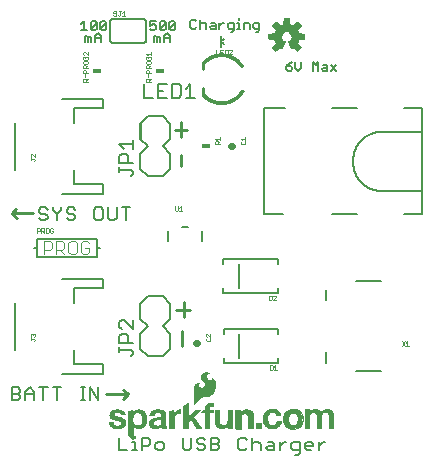
<source format=gbr>
G04 EAGLE Gerber RS-274X export*
G75*
%MOMM*%
%FSLAX34Y34*%
%LPD*%
%INSilkscreen Top*%
%IPPOS*%
%AMOC8*
5,1,8,0,0,1.08239X$1,22.5*%
G01*
%ADD10C,0.254000*%
%ADD11C,0.203200*%
%ADD12C,0.127000*%
%ADD13C,0.101600*%
%ADD14C,0.025400*%
%ADD15R,0.495300X0.485100*%
%ADD16R,0.762000X0.457200*%
%ADD17C,0.558800*%
%ADD18C,0.152400*%

G36*
X235126Y346856D02*
X235126Y346856D01*
X235234Y346866D01*
X235247Y346872D01*
X235261Y346874D01*
X235358Y346922D01*
X235457Y346967D01*
X235470Y346978D01*
X235479Y346982D01*
X235494Y346998D01*
X235571Y347060D01*
X238156Y349645D01*
X238219Y349734D01*
X238285Y349819D01*
X238290Y349832D01*
X238298Y349844D01*
X238329Y349947D01*
X238365Y350050D01*
X238365Y350064D01*
X238369Y350077D01*
X238365Y350185D01*
X238366Y350294D01*
X238361Y350307D01*
X238361Y350321D01*
X238323Y350423D01*
X238288Y350525D01*
X238279Y350540D01*
X238275Y350549D01*
X238261Y350566D01*
X238207Y350648D01*
X235443Y354038D01*
X236000Y355120D01*
X236006Y355140D01*
X236048Y355235D01*
X236419Y356394D01*
X240770Y356837D01*
X240874Y356865D01*
X240980Y356890D01*
X240992Y356897D01*
X241005Y356900D01*
X241095Y356961D01*
X241188Y357018D01*
X241196Y357029D01*
X241208Y357037D01*
X241274Y357123D01*
X241343Y357207D01*
X241347Y357220D01*
X241356Y357231D01*
X241390Y357334D01*
X241429Y357435D01*
X241430Y357453D01*
X241434Y357462D01*
X241434Y357484D01*
X241443Y357582D01*
X241443Y361238D01*
X241426Y361345D01*
X241412Y361453D01*
X241406Y361465D01*
X241404Y361479D01*
X241352Y361575D01*
X241305Y361672D01*
X241295Y361682D01*
X241289Y361694D01*
X241209Y361768D01*
X241133Y361845D01*
X241121Y361851D01*
X241111Y361861D01*
X241012Y361906D01*
X240915Y361954D01*
X240897Y361958D01*
X240888Y361962D01*
X240867Y361964D01*
X240770Y361983D01*
X236419Y362426D01*
X236048Y363585D01*
X236039Y363602D01*
X236037Y363610D01*
X236033Y363617D01*
X236000Y363700D01*
X235443Y364782D01*
X238207Y368172D01*
X238261Y368266D01*
X238318Y368358D01*
X238321Y368371D01*
X238328Y368383D01*
X238349Y368490D01*
X238374Y368595D01*
X238372Y368609D01*
X238375Y368623D01*
X238360Y368730D01*
X238350Y368838D01*
X238344Y368851D01*
X238342Y368865D01*
X238294Y368962D01*
X238249Y369061D01*
X238238Y369074D01*
X238234Y369083D01*
X238218Y369098D01*
X238156Y369175D01*
X235571Y371760D01*
X235482Y371823D01*
X235397Y371889D01*
X235384Y371894D01*
X235372Y371902D01*
X235269Y371933D01*
X235166Y371969D01*
X235152Y371969D01*
X235139Y371973D01*
X235031Y371969D01*
X234922Y371970D01*
X234909Y371965D01*
X234895Y371965D01*
X234793Y371927D01*
X234691Y371892D01*
X234676Y371883D01*
X234667Y371879D01*
X234650Y371865D01*
X234568Y371811D01*
X231178Y369047D01*
X230096Y369604D01*
X230076Y369610D01*
X229981Y369652D01*
X228822Y370023D01*
X228379Y374374D01*
X228351Y374478D01*
X228326Y374584D01*
X228319Y374596D01*
X228316Y374609D01*
X228255Y374699D01*
X228198Y374792D01*
X228187Y374800D01*
X228179Y374812D01*
X228093Y374878D01*
X228009Y374947D01*
X227996Y374951D01*
X227985Y374960D01*
X227882Y374994D01*
X227781Y375033D01*
X227763Y375034D01*
X227754Y375038D01*
X227732Y375038D01*
X227634Y375047D01*
X223978Y375047D01*
X223871Y375030D01*
X223763Y375016D01*
X223751Y375010D01*
X223737Y375008D01*
X223641Y374956D01*
X223544Y374909D01*
X223534Y374899D01*
X223522Y374893D01*
X223448Y374813D01*
X223371Y374737D01*
X223365Y374725D01*
X223355Y374715D01*
X223310Y374616D01*
X223262Y374519D01*
X223258Y374501D01*
X223254Y374492D01*
X223252Y374471D01*
X223233Y374374D01*
X222790Y370023D01*
X221631Y369652D01*
X221613Y369642D01*
X221516Y369604D01*
X220434Y369047D01*
X217044Y371811D01*
X216950Y371865D01*
X216858Y371922D01*
X216845Y371925D01*
X216833Y371932D01*
X216726Y371953D01*
X216621Y371978D01*
X216607Y371976D01*
X216593Y371979D01*
X216486Y371964D01*
X216378Y371954D01*
X216365Y371948D01*
X216352Y371946D01*
X216254Y371898D01*
X216155Y371853D01*
X216142Y371842D01*
X216133Y371838D01*
X216118Y371822D01*
X216041Y371760D01*
X213456Y369175D01*
X213393Y369086D01*
X213327Y369001D01*
X213322Y368988D01*
X213314Y368976D01*
X213283Y368873D01*
X213247Y368770D01*
X213247Y368756D01*
X213243Y368743D01*
X213247Y368635D01*
X213246Y368526D01*
X213251Y368513D01*
X213251Y368499D01*
X213289Y368397D01*
X213324Y368295D01*
X213333Y368280D01*
X213337Y368271D01*
X213351Y368254D01*
X213405Y368172D01*
X216169Y364782D01*
X215612Y363700D01*
X215606Y363680D01*
X215564Y363585D01*
X215193Y362426D01*
X210842Y361983D01*
X210738Y361955D01*
X210632Y361930D01*
X210620Y361923D01*
X210607Y361920D01*
X210517Y361859D01*
X210424Y361802D01*
X210416Y361791D01*
X210404Y361783D01*
X210338Y361697D01*
X210270Y361613D01*
X210265Y361600D01*
X210256Y361589D01*
X210222Y361486D01*
X210183Y361385D01*
X210182Y361367D01*
X210178Y361358D01*
X210179Y361336D01*
X210169Y361238D01*
X210169Y357582D01*
X210186Y357475D01*
X210200Y357367D01*
X210206Y357355D01*
X210208Y357341D01*
X210260Y357245D01*
X210307Y357148D01*
X210317Y357138D01*
X210323Y357126D01*
X210403Y357052D01*
X210479Y356975D01*
X210491Y356969D01*
X210502Y356959D01*
X210600Y356914D01*
X210697Y356866D01*
X210715Y356862D01*
X210724Y356858D01*
X210745Y356856D01*
X210842Y356837D01*
X215193Y356394D01*
X215564Y355235D01*
X215574Y355217D01*
X215612Y355120D01*
X216169Y354038D01*
X213405Y350648D01*
X213351Y350554D01*
X213294Y350462D01*
X213291Y350449D01*
X213284Y350437D01*
X213263Y350330D01*
X213238Y350225D01*
X213240Y350211D01*
X213237Y350197D01*
X213252Y350090D01*
X213262Y349982D01*
X213268Y349969D01*
X213270Y349956D01*
X213318Y349858D01*
X213363Y349759D01*
X213374Y349746D01*
X213378Y349737D01*
X213394Y349722D01*
X213456Y349645D01*
X216041Y347060D01*
X216130Y346997D01*
X216215Y346931D01*
X216228Y346926D01*
X216240Y346918D01*
X216343Y346887D01*
X216446Y346851D01*
X216460Y346851D01*
X216473Y346847D01*
X216581Y346851D01*
X216690Y346850D01*
X216703Y346855D01*
X216717Y346855D01*
X216819Y346893D01*
X216921Y346928D01*
X216936Y346937D01*
X216945Y346941D01*
X216962Y346955D01*
X217044Y347009D01*
X220434Y349773D01*
X221516Y349216D01*
X221569Y349199D01*
X221618Y349173D01*
X221684Y349162D01*
X221748Y349141D01*
X221804Y349142D01*
X221858Y349133D01*
X221925Y349144D01*
X221992Y349145D01*
X222044Y349163D01*
X222099Y349172D01*
X222159Y349204D01*
X222222Y349227D01*
X222265Y349261D01*
X222315Y349287D01*
X222361Y349336D01*
X222413Y349378D01*
X222444Y349425D01*
X222482Y349465D01*
X222538Y349570D01*
X222546Y349583D01*
X222547Y349588D01*
X222551Y349595D01*
X224704Y354792D01*
X224724Y354876D01*
X224729Y354888D01*
X224731Y354904D01*
X224756Y354990D01*
X224755Y355010D01*
X224760Y355030D01*
X224752Y355112D01*
X224753Y355131D01*
X224749Y355151D01*
X224745Y355234D01*
X224738Y355253D01*
X224736Y355273D01*
X224704Y355342D01*
X224698Y355369D01*
X224683Y355393D01*
X224656Y355462D01*
X224643Y355477D01*
X224635Y355495D01*
X224590Y355544D01*
X224570Y355576D01*
X224538Y355602D01*
X224499Y355648D01*
X224478Y355663D01*
X224468Y355673D01*
X224447Y355685D01*
X224384Y355729D01*
X224381Y355731D01*
X224380Y355731D01*
X224378Y355733D01*
X223494Y356228D01*
X222815Y356855D01*
X222301Y357624D01*
X221981Y358492D01*
X221873Y359409D01*
X221986Y360344D01*
X222317Y361225D01*
X222849Y362002D01*
X223550Y362631D01*
X224380Y363074D01*
X225292Y363308D01*
X226234Y363318D01*
X227150Y363104D01*
X227990Y362679D01*
X228704Y362066D01*
X229253Y361301D01*
X229604Y360427D01*
X229737Y359495D01*
X229645Y358558D01*
X229333Y357670D01*
X228818Y356882D01*
X228131Y356238D01*
X227232Y355732D01*
X227192Y355699D01*
X227150Y355677D01*
X227119Y355644D01*
X227071Y355609D01*
X227058Y355592D01*
X227042Y355579D01*
X227007Y355525D01*
X226983Y355499D01*
X226970Y355468D01*
X226928Y355411D01*
X226922Y355391D01*
X226911Y355373D01*
X226893Y355300D01*
X226883Y355277D01*
X226880Y355253D01*
X226857Y355178D01*
X226858Y355157D01*
X226853Y355136D01*
X226860Y355052D01*
X226859Y355034D01*
X226862Y355018D01*
X226865Y354934D01*
X226873Y354908D01*
X226874Y354893D01*
X226884Y354871D01*
X226908Y354792D01*
X227216Y354047D01*
X227217Y354047D01*
X227527Y353298D01*
X227837Y352549D01*
X227837Y352548D01*
X228148Y351800D01*
X228148Y351799D01*
X228458Y351050D01*
X228768Y350301D01*
X228769Y350301D01*
X229061Y349595D01*
X229090Y349548D01*
X229111Y349496D01*
X229154Y349445D01*
X229190Y349388D01*
X229233Y349353D01*
X229269Y349310D01*
X229326Y349276D01*
X229378Y349233D01*
X229430Y349214D01*
X229478Y349185D01*
X229544Y349171D01*
X229607Y349147D01*
X229662Y349145D01*
X229716Y349134D01*
X229783Y349141D01*
X229850Y349139D01*
X229904Y349155D01*
X229959Y349162D01*
X230070Y349206D01*
X230084Y349210D01*
X230088Y349213D01*
X230096Y349216D01*
X231178Y349773D01*
X234568Y347009D01*
X234662Y346955D01*
X234754Y346898D01*
X234767Y346895D01*
X234779Y346888D01*
X234886Y346867D01*
X234991Y346842D01*
X235005Y346844D01*
X235019Y346841D01*
X235126Y346856D01*
G37*
G36*
X147304Y47018D02*
X147304Y47018D01*
X147308Y47016D01*
X147378Y47052D01*
X147388Y47057D01*
X147389Y47058D01*
X152261Y52540D01*
X153115Y53322D01*
X154105Y53911D01*
X154456Y54038D01*
X154824Y54103D01*
X157099Y54103D01*
X157104Y54105D01*
X157110Y54103D01*
X158474Y54227D01*
X158484Y54233D01*
X158496Y54231D01*
X159815Y54599D01*
X159823Y54607D01*
X159836Y54608D01*
X161066Y55208D01*
X161073Y55215D01*
X161084Y55218D01*
X162241Y56035D01*
X162246Y56043D01*
X162255Y56046D01*
X163286Y57018D01*
X163289Y57026D01*
X163295Y57028D01*
X163295Y57030D01*
X163298Y57031D01*
X164183Y58138D01*
X164185Y58148D01*
X164194Y58155D01*
X165141Y59836D01*
X165142Y59847D01*
X165150Y59857D01*
X165778Y61681D01*
X165777Y61692D01*
X165784Y61703D01*
X166072Y63610D01*
X166069Y63621D01*
X166074Y63633D01*
X166072Y63685D01*
X166064Y63937D01*
X166060Y64063D01*
X166060Y64064D01*
X166052Y64316D01*
X166044Y64569D01*
X166040Y64695D01*
X166032Y64947D01*
X166021Y65326D01*
X166013Y65561D01*
X166009Y65570D01*
X166011Y65582D01*
X165804Y66621D01*
X165799Y66629D01*
X165799Y66640D01*
X165441Y67637D01*
X165435Y67644D01*
X165434Y67655D01*
X164932Y68589D01*
X164923Y68596D01*
X164920Y68608D01*
X164013Y69745D01*
X164002Y69751D01*
X163995Y69764D01*
X162869Y70685D01*
X162826Y70697D01*
X162785Y70713D01*
X162780Y70711D01*
X162774Y70712D01*
X162736Y70691D01*
X162696Y70672D01*
X162693Y70666D01*
X162689Y70664D01*
X162681Y70635D01*
X162663Y70587D01*
X162663Y69707D01*
X162647Y69587D01*
X162603Y69484D01*
X162329Y69145D01*
X161968Y68896D01*
X161794Y68831D01*
X161256Y68773D01*
X160726Y68871D01*
X160238Y69120D01*
X159336Y69771D01*
X158924Y70125D01*
X158573Y70535D01*
X158290Y70993D01*
X158084Y71487D01*
X158025Y71787D01*
X158037Y72090D01*
X158194Y72609D01*
X158480Y73069D01*
X158875Y73439D01*
X159356Y73694D01*
X159846Y73833D01*
X160357Y73890D01*
X160960Y73890D01*
X160961Y73890D01*
X160983Y73899D01*
X161051Y73928D01*
X161086Y74020D01*
X161082Y74029D01*
X161048Y74105D01*
X161046Y74108D01*
X161045Y74109D01*
X161044Y74110D01*
X161023Y74130D01*
X161016Y74133D01*
X161012Y74141D01*
X160577Y74479D01*
X160562Y74483D01*
X160550Y74495D01*
X160046Y74716D01*
X160045Y74716D01*
X159689Y74868D01*
X159461Y74969D01*
X159451Y74970D01*
X159441Y74976D01*
X158563Y75196D01*
X158554Y75195D01*
X158544Y75199D01*
X157644Y75285D01*
X157634Y75281D01*
X157622Y75285D01*
X156754Y75219D01*
X156743Y75213D01*
X156730Y75214D01*
X155890Y74983D01*
X155880Y74975D01*
X155867Y74974D01*
X155087Y74586D01*
X155080Y74578D01*
X155069Y74575D01*
X154292Y74015D01*
X154288Y74008D01*
X154279Y74004D01*
X153583Y73346D01*
X153578Y73335D01*
X153567Y73327D01*
X153136Y72724D01*
X153133Y72709D01*
X153121Y72696D01*
X152854Y72004D01*
X152854Y71988D01*
X152846Y71973D01*
X152759Y71236D01*
X152764Y71221D01*
X152760Y71204D01*
X152859Y70469D01*
X152867Y70456D01*
X152867Y70439D01*
X153147Y69751D01*
X153156Y69742D01*
X153159Y69728D01*
X154346Y67970D01*
X154354Y67965D01*
X154358Y67954D01*
X155811Y66413D01*
X156181Y65978D01*
X156421Y65475D01*
X156523Y64927D01*
X156480Y64371D01*
X156294Y63846D01*
X155979Y63386D01*
X155554Y63021D01*
X155011Y62728D01*
X154425Y62530D01*
X153815Y62433D01*
X153104Y62468D01*
X152426Y62675D01*
X151820Y63040D01*
X151507Y63368D01*
X151301Y63772D01*
X151208Y64188D01*
X151208Y64616D01*
X151301Y65031D01*
X151373Y65169D01*
X151491Y65283D01*
X152315Y65882D01*
X152448Y65953D01*
X152586Y65981D01*
X152744Y65965D01*
X152787Y65979D01*
X152832Y65990D01*
X152834Y65994D01*
X152838Y65995D01*
X152858Y66036D01*
X152881Y66075D01*
X152880Y66079D01*
X152882Y66083D01*
X152867Y66126D01*
X152854Y66170D01*
X152851Y66172D01*
X152850Y66176D01*
X152812Y66195D01*
X152776Y66216D01*
X152293Y66292D01*
X152288Y66291D01*
X152283Y66293D01*
X151343Y66366D01*
X151334Y66363D01*
X151323Y66366D01*
X150383Y66293D01*
X150373Y66288D01*
X150361Y66289D01*
X149662Y66105D01*
X149652Y66097D01*
X149638Y66096D01*
X148990Y65775D01*
X148982Y65766D01*
X148968Y65762D01*
X148398Y65317D01*
X148392Y65306D01*
X148380Y65300D01*
X147910Y64750D01*
X147906Y64738D01*
X147895Y64729D01*
X147494Y63997D01*
X147493Y63984D01*
X147484Y63973D01*
X147244Y63174D01*
X147245Y63161D01*
X147239Y63148D01*
X147169Y62317D01*
X147171Y62311D01*
X147169Y62306D01*
X147169Y47142D01*
X147171Y47137D01*
X147169Y47133D01*
X147190Y47093D01*
X147207Y47051D01*
X147212Y47050D01*
X147214Y47045D01*
X147257Y47032D01*
X147299Y47016D01*
X147304Y47018D01*
G37*
G36*
X95891Y18341D02*
X95891Y18341D01*
X95894Y18340D01*
X95936Y18361D01*
X95978Y18381D01*
X95979Y18383D01*
X95981Y18384D01*
X95988Y18406D01*
X96011Y18466D01*
X96011Y29570D01*
X96012Y29568D01*
X96532Y28852D01*
X96543Y28845D01*
X96550Y28832D01*
X97210Y28242D01*
X97222Y28238D01*
X97232Y28227D01*
X98001Y27790D01*
X98014Y27788D01*
X98026Y27779D01*
X98870Y27515D01*
X98881Y27516D01*
X98892Y27510D01*
X100109Y27355D01*
X100118Y27357D01*
X100127Y27354D01*
X101354Y27371D01*
X101362Y27374D01*
X101372Y27372D01*
X102584Y27561D01*
X102593Y27566D01*
X102604Y27566D01*
X103523Y27860D01*
X103531Y27867D01*
X103543Y27869D01*
X104399Y28315D01*
X104405Y28323D01*
X104417Y28326D01*
X105185Y28911D01*
X105190Y28920D01*
X105201Y28925D01*
X105858Y29632D01*
X105862Y29642D01*
X105872Y29649D01*
X106644Y30834D01*
X106646Y30844D01*
X106654Y30853D01*
X107210Y32153D01*
X107210Y32164D01*
X107217Y32174D01*
X107540Y33550D01*
X107538Y33561D01*
X107543Y33572D01*
X107661Y35787D01*
X107657Y35798D01*
X107660Y35810D01*
X107377Y38010D01*
X107372Y38020D01*
X107372Y38032D01*
X106698Y40145D01*
X106690Y40155D01*
X106688Y40168D01*
X106109Y41209D01*
X106098Y41217D01*
X106093Y41231D01*
X105301Y42121D01*
X105292Y42126D01*
X105285Y42136D01*
X104461Y42789D01*
X104453Y42791D01*
X104447Y42798D01*
X103545Y43339D01*
X103535Y43341D01*
X103526Y43349D01*
X102502Y43749D01*
X102489Y43749D01*
X102477Y43756D01*
X101392Y43939D01*
X101381Y43937D01*
X101369Y43941D01*
X99388Y43916D01*
X99377Y43911D01*
X99364Y43914D01*
X98882Y43812D01*
X98873Y43805D01*
X98861Y43805D01*
X97540Y43272D01*
X97533Y43265D01*
X97523Y43264D01*
X97129Y43031D01*
X97122Y43022D01*
X97110Y43017D01*
X96767Y42716D01*
X96764Y42710D01*
X96757Y42707D01*
X95868Y41742D01*
X95868Y41741D01*
X95867Y41740D01*
X95733Y41591D01*
X95757Y43508D01*
X95751Y43523D01*
X95754Y43537D01*
X95734Y43566D01*
X95720Y43600D01*
X95706Y43605D01*
X95697Y43618D01*
X95656Y43625D01*
X95629Y43636D01*
X95619Y43632D01*
X95608Y43634D01*
X91722Y42898D01*
X91688Y42876D01*
X91652Y42859D01*
X91648Y42849D01*
X91640Y42843D01*
X91634Y42814D01*
X91619Y42774D01*
X91619Y22200D01*
X91621Y22194D01*
X91619Y22187D01*
X91648Y22130D01*
X91657Y22109D01*
X91659Y22108D01*
X91660Y22106D01*
X95800Y18372D01*
X95845Y18357D01*
X95889Y18340D01*
X95891Y18341D01*
G37*
G36*
X255399Y27688D02*
X255399Y27688D01*
X255401Y27687D01*
X255444Y27707D01*
X255488Y27725D01*
X255488Y27727D01*
X255490Y27728D01*
X255523Y27813D01*
X255523Y37334D01*
X255598Y38437D01*
X255747Y39076D01*
X256020Y39671D01*
X256405Y40199D01*
X256723Y40485D01*
X257096Y40695D01*
X257505Y40821D01*
X258408Y40913D01*
X259312Y40845D01*
X259760Y40717D01*
X260166Y40491D01*
X260326Y40345D01*
X260509Y40178D01*
X260770Y39794D01*
X261082Y38972D01*
X261189Y38092D01*
X261189Y27813D01*
X261190Y27811D01*
X261189Y27809D01*
X261209Y27766D01*
X261227Y27722D01*
X261229Y27722D01*
X261230Y27720D01*
X261315Y27687D01*
X265557Y27687D01*
X265559Y27688D01*
X265561Y27687D01*
X265604Y27707D01*
X265648Y27725D01*
X265648Y27727D01*
X265650Y27728D01*
X265683Y27813D01*
X265683Y39395D01*
X265680Y39404D01*
X265682Y39414D01*
X265513Y40510D01*
X265507Y40521D01*
X265507Y40535D01*
X265121Y41574D01*
X265112Y41583D01*
X265109Y41597D01*
X264521Y42536D01*
X264510Y42544D01*
X264505Y42557D01*
X263859Y43221D01*
X263847Y43226D01*
X263838Y43239D01*
X263064Y43746D01*
X263050Y43748D01*
X263039Y43759D01*
X262173Y44085D01*
X262162Y44085D01*
X262152Y44091D01*
X260892Y44340D01*
X260886Y44338D01*
X260878Y44342D01*
X259599Y44449D01*
X259589Y44446D01*
X259579Y44449D01*
X258685Y44388D01*
X258675Y44382D01*
X258661Y44384D01*
X257796Y44152D01*
X257786Y44145D01*
X257773Y44144D01*
X256968Y43750D01*
X256961Y43743D01*
X256949Y43740D01*
X256060Y43102D01*
X256056Y43094D01*
X256046Y43090D01*
X255258Y42331D01*
X255257Y42328D01*
X255254Y42327D01*
X254799Y41846D01*
X254757Y41804D01*
X254377Y42462D01*
X254367Y42469D01*
X254363Y42482D01*
X253781Y43151D01*
X253770Y43156D01*
X253763Y43168D01*
X253065Y43714D01*
X253053Y43717D01*
X253044Y43727D01*
X252254Y44130D01*
X252242Y44131D01*
X252231Y44140D01*
X251308Y44400D01*
X251296Y44399D01*
X251283Y44405D01*
X250326Y44474D01*
X250316Y44471D01*
X250305Y44474D01*
X248933Y44347D01*
X248926Y44343D01*
X248916Y44344D01*
X247824Y44090D01*
X247814Y44083D01*
X247801Y44082D01*
X246911Y43678D01*
X246901Y43666D01*
X246885Y43661D01*
X246123Y43049D01*
X246119Y43042D01*
X246111Y43039D01*
X246001Y42925D01*
X245879Y42798D01*
X245878Y42798D01*
X245756Y42672D01*
X245634Y42546D01*
X245512Y42420D01*
X245390Y42293D01*
X245389Y42293D01*
X245349Y42252D01*
X245347Y42245D01*
X245340Y42241D01*
X245038Y41845D01*
X245007Y41838D01*
X245007Y43891D01*
X245006Y43893D01*
X245007Y43895D01*
X244987Y43938D01*
X244969Y43982D01*
X244967Y43982D01*
X244966Y43984D01*
X244881Y44017D01*
X240894Y44017D01*
X240892Y44016D01*
X240890Y44017D01*
X240847Y43997D01*
X240803Y43979D01*
X240803Y43977D01*
X240801Y43976D01*
X240768Y43891D01*
X240768Y27838D01*
X240769Y27836D01*
X240768Y27834D01*
X240788Y27791D01*
X240806Y27747D01*
X240808Y27747D01*
X240809Y27745D01*
X240894Y27712D01*
X245212Y27712D01*
X245214Y27713D01*
X245216Y27712D01*
X245259Y27732D01*
X245303Y27750D01*
X245303Y27752D01*
X245305Y27753D01*
X245338Y27838D01*
X245338Y37643D01*
X245337Y37646D01*
X245338Y37649D01*
X245308Y38271D01*
X245440Y38862D01*
X245723Y39400D01*
X246543Y40344D01*
X246897Y40610D01*
X247301Y40788D01*
X247741Y40870D01*
X248589Y40920D01*
X249066Y40888D01*
X249517Y40752D01*
X249925Y40519D01*
X250272Y40201D01*
X250642Y39654D01*
X250873Y39035D01*
X250953Y38372D01*
X250953Y27813D01*
X250954Y27811D01*
X250953Y27809D01*
X250973Y27766D01*
X250991Y27722D01*
X250993Y27722D01*
X250994Y27720D01*
X251079Y27687D01*
X255397Y27687D01*
X255399Y27688D01*
G37*
G36*
X115078Y27323D02*
X115078Y27323D01*
X115089Y27320D01*
X116707Y27561D01*
X116716Y27567D01*
X116729Y27566D01*
X117764Y27919D01*
X117773Y27926D01*
X117785Y27928D01*
X118736Y28468D01*
X118744Y28477D01*
X118756Y28482D01*
X119583Y29185D01*
X119607Y29201D01*
X119616Y29202D01*
X119624Y29200D01*
X119631Y29194D01*
X119640Y29171D01*
X119867Y28142D01*
X119869Y28139D01*
X119868Y28136D01*
X119944Y27856D01*
X119955Y27842D01*
X119959Y27823D01*
X119980Y27787D01*
X120004Y27770D01*
X120031Y27741D01*
X120068Y27722D01*
X120098Y27720D01*
X120136Y27709D01*
X120172Y27712D01*
X124206Y27712D01*
X124229Y27721D01*
X124254Y27721D01*
X124272Y27740D01*
X124297Y27750D01*
X124306Y27773D01*
X124323Y27791D01*
X124324Y27820D01*
X124332Y27842D01*
X124324Y27860D01*
X124324Y27882D01*
X124250Y28081D01*
X123901Y29376D01*
X123799Y30713D01*
X123824Y35051D01*
X123823Y35054D01*
X123824Y35056D01*
X123804Y35099D01*
X123791Y35132D01*
X123799Y35154D01*
X123799Y39980D01*
X123796Y39987D01*
X123798Y39996D01*
X123707Y40731D01*
X123700Y40744D01*
X123700Y40761D01*
X123433Y41452D01*
X123422Y41462D01*
X123418Y41479D01*
X122991Y42084D01*
X122978Y42092D01*
X122970Y42107D01*
X122408Y42590D01*
X122395Y42594D01*
X122385Y42605D01*
X121082Y43299D01*
X121070Y43300D01*
X121059Y43308D01*
X119645Y43733D01*
X119635Y43732D01*
X119626Y43737D01*
X117887Y43967D01*
X117879Y43965D01*
X117871Y43968D01*
X116117Y43976D01*
X116110Y43973D01*
X116101Y43976D01*
X114361Y43762D01*
X114353Y43758D01*
X114343Y43759D01*
X113114Y43425D01*
X113106Y43418D01*
X113095Y43418D01*
X111937Y42889D01*
X111929Y42880D01*
X111916Y42877D01*
X111099Y42303D01*
X111092Y42292D01*
X111079Y42286D01*
X110396Y41556D01*
X110393Y41547D01*
X110391Y41547D01*
X110389Y41542D01*
X110380Y41535D01*
X109861Y40682D01*
X109859Y40669D01*
X109849Y40658D01*
X109515Y39717D01*
X109516Y39704D01*
X109509Y39691D01*
X109387Y38800D01*
X109384Y38798D01*
X109383Y38798D01*
X109364Y38749D01*
X109348Y38706D01*
X109350Y38701D01*
X109383Y38623D01*
X109408Y38597D01*
X109448Y38579D01*
X109486Y38558D01*
X109492Y38560D01*
X109499Y38558D01*
X109539Y38575D01*
X109569Y38584D01*
X113716Y38584D01*
X113718Y38585D01*
X113720Y38584D01*
X113763Y38604D01*
X113807Y38622D01*
X113807Y38624D01*
X113809Y38625D01*
X113842Y38710D01*
X113842Y38753D01*
X113905Y39284D01*
X114089Y39779D01*
X114384Y40217D01*
X114774Y40573D01*
X115238Y40828D01*
X115799Y40993D01*
X116386Y41047D01*
X117741Y40997D01*
X118110Y40936D01*
X118456Y40808D01*
X118770Y40615D01*
X119023Y40381D01*
X119222Y40102D01*
X119361Y39788D01*
X119472Y39267D01*
X119472Y38736D01*
X119361Y38215D01*
X119319Y38118D01*
X119259Y38031D01*
X118975Y37770D01*
X118547Y37524D01*
X118078Y37359D01*
X116772Y37133D01*
X114566Y36905D01*
X114562Y36902D01*
X114557Y36903D01*
X113020Y36625D01*
X113012Y36621D01*
X113003Y36621D01*
X111518Y36137D01*
X111510Y36130D01*
X111498Y36129D01*
X110802Y35763D01*
X110794Y35753D01*
X110781Y35749D01*
X110171Y35251D01*
X110165Y35240D01*
X110155Y35234D01*
X110154Y35234D01*
X110153Y35233D01*
X109655Y34624D01*
X109651Y34611D01*
X109640Y34600D01*
X109211Y33738D01*
X109210Y33723D01*
X109201Y33709D01*
X108995Y32768D01*
X108997Y32755D01*
X108992Y32741D01*
X108989Y31680D01*
X108994Y31670D01*
X108991Y31657D01*
X109180Y30613D01*
X109186Y30604D01*
X109186Y30591D01*
X109559Y29598D01*
X109567Y29589D01*
X109569Y29577D01*
X109861Y29094D01*
X109870Y29087D01*
X109875Y29075D01*
X110252Y28655D01*
X110263Y28650D01*
X110270Y28639D01*
X110718Y28297D01*
X110731Y28293D01*
X110741Y28283D01*
X112010Y27677D01*
X112023Y27677D01*
X112036Y27668D01*
X113408Y27360D01*
X113420Y27362D01*
X113433Y27357D01*
X115068Y27319D01*
X115078Y27323D01*
G37*
G36*
X142445Y27586D02*
X142445Y27586D01*
X142447Y27585D01*
X142490Y27605D01*
X142534Y27623D01*
X142534Y27625D01*
X142536Y27626D01*
X142569Y27711D01*
X142569Y33119D01*
X144224Y34726D01*
X148457Y27748D01*
X148472Y27737D01*
X148480Y27720D01*
X148514Y27707D01*
X148537Y27690D01*
X148550Y27692D01*
X148564Y27687D01*
X153644Y27662D01*
X153680Y27677D01*
X153718Y27685D01*
X153724Y27695D01*
X153735Y27700D01*
X153750Y27736D01*
X153770Y27769D01*
X153767Y27781D01*
X153771Y27791D01*
X153759Y27819D01*
X153750Y27858D01*
X147153Y37753D01*
X152844Y43319D01*
X152845Y43320D01*
X152847Y43321D01*
X152864Y43366D01*
X152882Y43410D01*
X152882Y43411D01*
X152882Y43413D01*
X152862Y43456D01*
X152843Y43500D01*
X152842Y43501D01*
X152841Y43502D01*
X152756Y43535D01*
X148082Y43535D01*
X148079Y43534D01*
X148076Y43535D01*
X147993Y43498D01*
X142518Y38024D01*
X142518Y49454D01*
X142505Y49486D01*
X142500Y49520D01*
X142486Y49530D01*
X142480Y49545D01*
X142448Y49557D01*
X142419Y49577D01*
X142402Y49575D01*
X142388Y49580D01*
X142363Y49569D01*
X142329Y49564D01*
X138189Y47202D01*
X138177Y47185D01*
X138159Y47177D01*
X138146Y47145D01*
X138130Y47123D01*
X138132Y47108D01*
X138126Y47092D01*
X138126Y27762D01*
X138127Y27759D01*
X138126Y27756D01*
X138163Y27673D01*
X138214Y27622D01*
X138217Y27621D01*
X138218Y27618D01*
X138303Y27585D01*
X142443Y27585D01*
X142445Y27586D01*
G37*
G36*
X171372Y27311D02*
X171372Y27311D01*
X171379Y27314D01*
X171388Y27313D01*
X172866Y27536D01*
X172874Y27541D01*
X172884Y27540D01*
X173146Y27621D01*
X173154Y27627D01*
X173166Y27629D01*
X173411Y27751D01*
X173418Y27758D01*
X173428Y27761D01*
X174358Y28420D01*
X174363Y28428D01*
X174372Y28431D01*
X175199Y29216D01*
X175202Y29224D01*
X175211Y29229D01*
X175718Y29870D01*
X175718Y27813D01*
X175719Y27811D01*
X175718Y27809D01*
X175738Y27766D01*
X175756Y27722D01*
X175758Y27722D01*
X175759Y27720D01*
X175844Y27687D01*
X179857Y27687D01*
X179859Y27688D01*
X179861Y27687D01*
X179904Y27707D01*
X179948Y27725D01*
X179948Y27727D01*
X179950Y27728D01*
X179983Y27813D01*
X179983Y43434D01*
X179982Y43436D01*
X179983Y43438D01*
X179963Y43481D01*
X179945Y43525D01*
X179943Y43525D01*
X179942Y43527D01*
X179857Y43560D01*
X175641Y43560D01*
X175639Y43559D01*
X175637Y43560D01*
X175594Y43540D01*
X175550Y43522D01*
X175550Y43520D01*
X175548Y43519D01*
X175515Y43434D01*
X175515Y35132D01*
X175439Y33902D01*
X175214Y32698D01*
X175005Y32148D01*
X174678Y31663D01*
X174247Y31266D01*
X173737Y30978D01*
X173046Y30766D01*
X172325Y30699D01*
X171606Y30779D01*
X170917Y31002D01*
X170522Y31227D01*
X170181Y31528D01*
X169909Y31890D01*
X169566Y32658D01*
X169417Y33488D01*
X169417Y43485D01*
X169416Y43487D01*
X169417Y43489D01*
X169397Y43532D01*
X169379Y43576D01*
X169377Y43576D01*
X169376Y43578D01*
X169291Y43611D01*
X165151Y43611D01*
X165149Y43610D01*
X165147Y43611D01*
X165104Y43591D01*
X165060Y43573D01*
X165060Y43571D01*
X165058Y43570D01*
X165025Y43485D01*
X165025Y32690D01*
X165027Y32685D01*
X165025Y32678D01*
X165126Y31579D01*
X165131Y31570D01*
X165131Y31569D01*
X165132Y31567D01*
X165130Y31556D01*
X165430Y30493D01*
X165437Y30484D01*
X165438Y30471D01*
X165926Y29481D01*
X165935Y29473D01*
X165939Y29461D01*
X166599Y28576D01*
X166609Y28569D01*
X166616Y28557D01*
X166870Y28329D01*
X166878Y28326D01*
X166879Y28324D01*
X166884Y28322D01*
X166890Y28314D01*
X167792Y27788D01*
X167804Y27787D01*
X167814Y27778D01*
X168800Y27435D01*
X168812Y27436D01*
X168824Y27429D01*
X169857Y27282D01*
X169867Y27285D01*
X169878Y27281D01*
X171372Y27311D01*
G37*
G36*
X186565Y27612D02*
X186565Y27612D01*
X186567Y27611D01*
X186610Y27631D01*
X186654Y27649D01*
X186654Y27651D01*
X186656Y27652D01*
X186689Y27737D01*
X186689Y37103D01*
X186770Y37886D01*
X186986Y38636D01*
X187349Y39315D01*
X187866Y39884D01*
X188323Y40198D01*
X188839Y40402D01*
X189395Y40489D01*
X190500Y40539D01*
X190816Y40522D01*
X191116Y40445D01*
X191551Y40228D01*
X191925Y39919D01*
X192221Y39532D01*
X192531Y38890D01*
X192722Y38202D01*
X192787Y37484D01*
X192787Y27838D01*
X192788Y27836D01*
X192787Y27834D01*
X192807Y27791D01*
X192825Y27747D01*
X192827Y27747D01*
X192828Y27745D01*
X192913Y27712D01*
X197002Y27712D01*
X197004Y27713D01*
X197006Y27712D01*
X197049Y27732D01*
X197093Y27750D01*
X197093Y27752D01*
X197095Y27753D01*
X197128Y27838D01*
X197128Y38379D01*
X197126Y38384D01*
X197128Y38389D01*
X197038Y39518D01*
X197034Y39526D01*
X197035Y39535D01*
X196795Y40642D01*
X196790Y40650D01*
X196790Y40660D01*
X196521Y41365D01*
X196513Y41373D01*
X196511Y41385D01*
X196127Y42034D01*
X196118Y42040D01*
X196114Y42052D01*
X195625Y42627D01*
X195614Y42632D01*
X195607Y42644D01*
X194822Y43262D01*
X194809Y43265D01*
X194798Y43277D01*
X193893Y43699D01*
X193879Y43700D01*
X193865Y43708D01*
X192888Y43914D01*
X192877Y43911D01*
X192865Y43916D01*
X190859Y43966D01*
X190849Y43962D01*
X190838Y43965D01*
X189786Y43810D01*
X189775Y43803D01*
X189761Y43803D01*
X188764Y43434D01*
X188754Y43425D01*
X188740Y43422D01*
X187842Y42855D01*
X187835Y42846D01*
X187824Y42842D01*
X187363Y42426D01*
X187360Y42418D01*
X187352Y42414D01*
X186950Y41941D01*
X186948Y41936D01*
X186944Y41934D01*
X186667Y41556D01*
X186553Y41420D01*
X186511Y41391D01*
X186511Y43459D01*
X186510Y43461D01*
X186511Y43463D01*
X186491Y43506D01*
X186473Y43550D01*
X186471Y43550D01*
X186470Y43552D01*
X186385Y43585D01*
X182347Y43585D01*
X182345Y43584D01*
X182343Y43585D01*
X182300Y43565D01*
X182256Y43547D01*
X182256Y43545D01*
X182254Y43544D01*
X182221Y43459D01*
X182221Y27737D01*
X182222Y27735D01*
X182221Y27733D01*
X182241Y27690D01*
X182259Y27646D01*
X182261Y27646D01*
X182262Y27644D01*
X182347Y27611D01*
X186563Y27611D01*
X186565Y27612D01*
G37*
G36*
X233160Y27789D02*
X233160Y27789D01*
X233172Y27796D01*
X233188Y27796D01*
X235042Y28431D01*
X235055Y28442D01*
X235074Y28447D01*
X236191Y29234D01*
X236196Y29242D01*
X236205Y29246D01*
X237399Y30389D01*
X237405Y30403D01*
X237419Y30413D01*
X238232Y31708D01*
X238235Y31725D01*
X238247Y31741D01*
X238933Y34205D01*
X238931Y34215D01*
X238936Y34224D01*
X239190Y36332D01*
X239186Y36347D01*
X239190Y36363D01*
X238910Y38548D01*
X238901Y38563D01*
X238900Y38583D01*
X237859Y40920D01*
X237846Y40932D01*
X237840Y40951D01*
X236748Y42221D01*
X236734Y42228D01*
X236724Y42243D01*
X234743Y43614D01*
X234727Y43617D01*
X234712Y43629D01*
X233086Y44188D01*
X233073Y44188D01*
X233061Y44194D01*
X231054Y44448D01*
X231045Y44446D01*
X231036Y44449D01*
X230999Y44433D01*
X230959Y44422D01*
X230955Y44413D01*
X230946Y44409D01*
X230926Y44360D01*
X230912Y44335D01*
X230914Y44330D01*
X230912Y44325D01*
X230862Y41353D01*
X230863Y41350D01*
X230862Y41347D01*
X230881Y41305D01*
X230899Y41262D01*
X230902Y41261D01*
X230903Y41258D01*
X230988Y41225D01*
X231084Y41225D01*
X232271Y41126D01*
X233224Y40613D01*
X234058Y39804D01*
X234802Y38192D01*
X235053Y36263D01*
X235053Y34838D01*
X234678Y33290D01*
X234135Y32080D01*
X233056Y31099D01*
X231305Y30507D01*
X229557Y30729D01*
X227909Y31737D01*
X227371Y32764D01*
X226997Y33913D01*
X226822Y35161D01*
X226872Y37020D01*
X227146Y38494D01*
X227542Y39383D01*
X228330Y40467D01*
X229478Y41102D01*
X230573Y41252D01*
X230610Y41274D01*
X230649Y41292D01*
X230652Y41299D01*
X230658Y41302D01*
X230665Y41332D01*
X230682Y41377D01*
X230682Y44298D01*
X230671Y44325D01*
X230669Y44354D01*
X230652Y44370D01*
X230644Y44389D01*
X230622Y44397D01*
X230602Y44415D01*
X230475Y44465D01*
X230453Y44465D01*
X230429Y44474D01*
X230378Y44474D01*
X230371Y44471D01*
X230363Y44473D01*
X228890Y44296D01*
X228872Y44286D01*
X228849Y44284D01*
X225471Y42607D01*
X225454Y42588D01*
X225428Y42572D01*
X223294Y39854D01*
X223287Y39830D01*
X223270Y39804D01*
X222457Y36248D01*
X222461Y36226D01*
X222455Y36200D01*
X223065Y32314D01*
X223078Y32294D01*
X223084Y32266D01*
X224684Y29777D01*
X224705Y29762D01*
X224723Y29738D01*
X227568Y27960D01*
X227592Y27956D01*
X227618Y27942D01*
X230615Y27536D01*
X230629Y27540D01*
X230645Y27535D01*
X233160Y27789D01*
G37*
G36*
X83983Y27378D02*
X83983Y27378D01*
X83989Y27380D01*
X83996Y27379D01*
X85310Y27561D01*
X85318Y27565D01*
X85327Y27565D01*
X86327Y27847D01*
X86336Y27854D01*
X86348Y27855D01*
X87283Y28306D01*
X87290Y28314D01*
X87302Y28317D01*
X88146Y28923D01*
X88151Y28933D01*
X88162Y28938D01*
X88888Y29681D01*
X88892Y29691D01*
X88903Y29699D01*
X89282Y30263D01*
X89284Y30274D01*
X89293Y30284D01*
X89559Y30909D01*
X89559Y30921D01*
X89567Y30932D01*
X89709Y31596D01*
X89708Y31605D01*
X89712Y31614D01*
X89788Y32655D01*
X89785Y32664D01*
X89788Y32675D01*
X89694Y33730D01*
X89687Y33743D01*
X89687Y33759D01*
X89350Y34762D01*
X89341Y34773D01*
X89338Y34788D01*
X89086Y35200D01*
X89076Y35207D01*
X89070Y35221D01*
X88738Y35571D01*
X88727Y35575D01*
X88721Y35586D01*
X88029Y36094D01*
X88021Y36096D01*
X88014Y36104D01*
X87258Y36509D01*
X87249Y36510D01*
X87242Y36516D01*
X85586Y37126D01*
X85578Y37126D01*
X85570Y37131D01*
X83847Y37512D01*
X83846Y37512D01*
X83845Y37513D01*
X81822Y37917D01*
X81070Y38189D01*
X80395Y38605D01*
X80112Y38898D01*
X79928Y39259D01*
X79863Y39628D01*
X79911Y40000D01*
X80066Y40342D01*
X80299Y40610D01*
X80600Y40805D01*
X81024Y40962D01*
X81473Y41047D01*
X82322Y41091D01*
X83169Y41047D01*
X83665Y40949D01*
X84132Y40760D01*
X84555Y40489D01*
X84830Y40225D01*
X85048Y39912D01*
X85198Y39560D01*
X85253Y39317D01*
X85269Y39057D01*
X85290Y39015D01*
X85310Y38972D01*
X85312Y38971D01*
X85313Y38969D01*
X85332Y38963D01*
X85395Y38939D01*
X89281Y38939D01*
X89290Y38942D01*
X89298Y38940D01*
X89334Y38961D01*
X89372Y38977D01*
X89375Y38986D01*
X89383Y38991D01*
X89397Y39042D01*
X89407Y39069D01*
X89405Y39073D01*
X89406Y39076D01*
X89406Y39077D01*
X89407Y39078D01*
X89331Y39789D01*
X89325Y39799D01*
X89327Y39810D01*
X89322Y39816D01*
X89322Y39823D01*
X89330Y39836D01*
X89324Y39860D01*
X89327Y39869D01*
X89323Y39877D01*
X89324Y39896D01*
X89121Y40454D01*
X89117Y40458D01*
X89117Y40463D01*
X88761Y41251D01*
X88754Y41257D01*
X88752Y41268D01*
X88466Y41710D01*
X88458Y41715D01*
X88454Y41725D01*
X88106Y42121D01*
X88096Y42125D01*
X88089Y42136D01*
X87130Y42893D01*
X87117Y42897D01*
X87107Y42907D01*
X86010Y43445D01*
X85998Y43446D01*
X85987Y43454D01*
X84636Y43822D01*
X84626Y43821D01*
X84616Y43826D01*
X83223Y43966D01*
X83217Y43964D01*
X83210Y43966D01*
X81407Y43966D01*
X81401Y43964D01*
X81393Y43966D01*
X79964Y43811D01*
X79954Y43805D01*
X79941Y43806D01*
X78563Y43395D01*
X78554Y43388D01*
X78542Y43387D01*
X77261Y42733D01*
X77253Y42724D01*
X77241Y42721D01*
X76765Y42352D01*
X76759Y42341D01*
X76747Y42335D01*
X76353Y41880D01*
X76349Y41869D01*
X76338Y41860D01*
X76039Y41338D01*
X76038Y41325D01*
X76029Y41315D01*
X75671Y40231D01*
X75672Y40219D01*
X75666Y40206D01*
X75537Y39072D01*
X75540Y39060D01*
X75537Y39046D01*
X75642Y37910D01*
X75648Y37899D01*
X75647Y37885D01*
X75799Y37396D01*
X75807Y37386D01*
X75809Y37372D01*
X76058Y36925D01*
X76069Y36917D01*
X76073Y36903D01*
X76410Y36518D01*
X76420Y36513D01*
X76426Y36502D01*
X77103Y35965D01*
X77112Y35962D01*
X77119Y35954D01*
X77870Y35527D01*
X77879Y35526D01*
X77887Y35519D01*
X78695Y35213D01*
X78703Y35213D01*
X78711Y35208D01*
X82342Y34345D01*
X83516Y34039D01*
X84623Y33569D01*
X84959Y33338D01*
X85225Y33034D01*
X85405Y32672D01*
X85490Y32277D01*
X85473Y31873D01*
X85356Y31488D01*
X85148Y31143D01*
X84860Y30859D01*
X84347Y30547D01*
X83780Y30350D01*
X83177Y30276D01*
X81847Y30276D01*
X81285Y30349D01*
X80698Y30566D01*
X80171Y30903D01*
X79729Y31346D01*
X79474Y31760D01*
X79327Y32222D01*
X79298Y32719D01*
X79298Y32766D01*
X79297Y32768D01*
X79298Y32770D01*
X79278Y32813D01*
X79260Y32857D01*
X79258Y32857D01*
X79257Y32859D01*
X79172Y32892D01*
X75311Y32892D01*
X75305Y32890D01*
X75298Y32892D01*
X75286Y32885D01*
X75272Y32886D01*
X75270Y32885D01*
X75269Y32885D01*
X75247Y32865D01*
X75220Y32854D01*
X75218Y32847D01*
X75212Y32844D01*
X75207Y32830D01*
X75197Y32821D01*
X75197Y32820D01*
X75196Y32818D01*
X75195Y32791D01*
X75193Y32784D01*
X75185Y32762D01*
X75186Y32760D01*
X75185Y32757D01*
X75210Y32401D01*
X75213Y32395D01*
X75212Y32388D01*
X75314Y31804D01*
X75319Y31796D01*
X75318Y31785D01*
X75750Y30515D01*
X75757Y30508D01*
X75758Y30498D01*
X76067Y29902D01*
X76077Y29895D01*
X76081Y29882D01*
X76501Y29358D01*
X76512Y29353D01*
X76518Y29341D01*
X77033Y28910D01*
X77041Y28908D01*
X77046Y28901D01*
X78240Y28139D01*
X78248Y28137D01*
X78255Y28130D01*
X79112Y27733D01*
X79125Y27732D01*
X79137Y27724D01*
X80058Y27512D01*
X80067Y27514D01*
X80077Y27509D01*
X82643Y27331D01*
X82650Y27333D01*
X82656Y27331D01*
X83983Y27378D01*
G37*
G36*
X214047Y27334D02*
X214047Y27334D01*
X214056Y27331D01*
X215239Y27427D01*
X215248Y27431D01*
X215259Y27430D01*
X216412Y27712D01*
X216420Y27718D01*
X216431Y27718D01*
X217524Y28180D01*
X217532Y28188D01*
X217544Y28191D01*
X218792Y29011D01*
X218799Y29022D01*
X218812Y29028D01*
X219865Y30086D01*
X219869Y30098D01*
X219881Y30106D01*
X220696Y31357D01*
X220698Y31370D01*
X220708Y31380D01*
X221250Y32771D01*
X221249Y32782D01*
X221256Y32792D01*
X221351Y33257D01*
X221349Y33266D01*
X221353Y33274D01*
X221385Y33749D01*
X221384Y33753D01*
X221385Y33757D01*
X221385Y33807D01*
X221384Y33809D01*
X221385Y33811D01*
X221365Y33854D01*
X221347Y33898D01*
X221345Y33898D01*
X221344Y33900D01*
X221259Y33933D01*
X217195Y33933D01*
X217156Y33917D01*
X217116Y33905D01*
X217111Y33898D01*
X217104Y33895D01*
X217093Y33866D01*
X217070Y33826D01*
X216966Y33150D01*
X216751Y32513D01*
X216430Y31923D01*
X216072Y31491D01*
X215629Y31146D01*
X215099Y30878D01*
X214530Y30705D01*
X213940Y30632D01*
X213139Y30673D01*
X212360Y30854D01*
X211652Y31184D01*
X211044Y31673D01*
X210569Y32292D01*
X210254Y33009D01*
X209908Y34533D01*
X209779Y36093D01*
X209872Y37234D01*
X210177Y38337D01*
X210682Y39362D01*
X211369Y40273D01*
X211716Y40563D01*
X212130Y40749D01*
X212951Y40930D01*
X213791Y40996D01*
X214623Y40913D01*
X215415Y40652D01*
X215908Y40354D01*
X216321Y39953D01*
X216632Y39468D01*
X216825Y38926D01*
X216892Y38347D01*
X216892Y38329D01*
X216893Y38327D01*
X216892Y38325D01*
X216912Y38282D01*
X216930Y38238D01*
X216932Y38238D01*
X216933Y38236D01*
X217018Y38203D01*
X221209Y38203D01*
X221223Y38209D01*
X221237Y38206D01*
X221266Y38227D01*
X221300Y38241D01*
X221305Y38255D01*
X221317Y38264D01*
X221324Y38305D01*
X221335Y38333D01*
X221331Y38342D01*
X221333Y38353D01*
X221096Y39561D01*
X221091Y39569D01*
X221091Y39580D01*
X220667Y40735D01*
X220658Y40743D01*
X220656Y40756D01*
X220016Y41823D01*
X220005Y41830D01*
X219999Y41844D01*
X219144Y42747D01*
X219131Y42753D01*
X219123Y42765D01*
X218092Y43462D01*
X218079Y43465D01*
X218068Y43475D01*
X216911Y43932D01*
X216902Y43932D01*
X216893Y43938D01*
X215482Y44257D01*
X215476Y44256D01*
X215471Y44259D01*
X214037Y44448D01*
X214028Y44446D01*
X214018Y44449D01*
X212476Y44426D01*
X212465Y44421D01*
X212451Y44423D01*
X210945Y44090D01*
X210935Y44083D01*
X210921Y44083D01*
X209530Y43471D01*
X209522Y43463D01*
X209509Y43459D01*
X208260Y42594D01*
X208253Y42584D01*
X208241Y42578D01*
X208232Y42569D01*
X208109Y42442D01*
X207986Y42316D01*
X207739Y42064D01*
X207616Y41937D01*
X207493Y41811D01*
X207370Y41685D01*
X207180Y41490D01*
X207176Y41479D01*
X207165Y41472D01*
X206331Y40201D01*
X206329Y40190D01*
X206320Y40180D01*
X205743Y38774D01*
X205743Y38762D01*
X205736Y38751D01*
X205438Y37261D01*
X205440Y37251D01*
X205436Y37240D01*
X205360Y34751D01*
X205363Y34742D01*
X205361Y34732D01*
X205506Y33516D01*
X205511Y33508D01*
X205510Y33497D01*
X205844Y32319D01*
X205850Y32311D01*
X205851Y32301D01*
X206365Y31190D01*
X206373Y31183D01*
X206375Y31172D01*
X207057Y30156D01*
X207066Y30150D01*
X207070Y30140D01*
X207841Y29317D01*
X207850Y29313D01*
X207856Y29303D01*
X208752Y28619D01*
X208762Y28616D01*
X208770Y28607D01*
X209767Y28081D01*
X209777Y28080D01*
X209786Y28073D01*
X210856Y27718D01*
X210865Y27719D01*
X210874Y27714D01*
X212438Y27432D01*
X212445Y27433D01*
X212452Y27430D01*
X214038Y27331D01*
X214047Y27334D01*
G37*
G36*
X160682Y27612D02*
X160682Y27612D01*
X160684Y27611D01*
X160727Y27631D01*
X160771Y27649D01*
X160771Y27651D01*
X160773Y27652D01*
X160806Y27737D01*
X160806Y40641D01*
X163678Y40641D01*
X163680Y40642D01*
X163682Y40641D01*
X163725Y40661D01*
X163769Y40679D01*
X163769Y40681D01*
X163771Y40682D01*
X163804Y40767D01*
X163804Y43434D01*
X163803Y43436D01*
X163804Y43438D01*
X163784Y43481D01*
X163766Y43525D01*
X163764Y43525D01*
X163763Y43527D01*
X163678Y43560D01*
X160832Y43560D01*
X160832Y44822D01*
X160895Y45284D01*
X161070Y45707D01*
X161252Y45939D01*
X161492Y46109D01*
X161774Y46206D01*
X162674Y46289D01*
X163589Y46204D01*
X163869Y46178D01*
X163875Y46180D01*
X163881Y46178D01*
X163957Y46178D01*
X163959Y46179D01*
X163961Y46178D01*
X164004Y46198D01*
X164048Y46216D01*
X164048Y46218D01*
X164050Y46219D01*
X164083Y46304D01*
X164083Y49327D01*
X164083Y49328D01*
X164083Y49330D01*
X164083Y49331D01*
X164063Y49374D01*
X164045Y49418D01*
X164043Y49418D01*
X164042Y49420D01*
X163957Y49453D01*
X163935Y49453D01*
X162618Y49529D01*
X162615Y49528D01*
X162611Y49529D01*
X161061Y49529D01*
X161051Y49525D01*
X161040Y49527D01*
X160027Y49353D01*
X160017Y49346D01*
X160003Y49346D01*
X159045Y48977D01*
X159036Y48969D01*
X159023Y48966D01*
X158155Y48416D01*
X158149Y48406D01*
X158142Y48404D01*
X158142Y48403D01*
X158136Y48401D01*
X157393Y47691D01*
X157388Y47681D01*
X157377Y47673D01*
X157037Y47196D01*
X157035Y47185D01*
X157026Y47176D01*
X156777Y46645D01*
X156777Y46634D01*
X156769Y46624D01*
X156621Y46057D01*
X156622Y46046D01*
X156617Y46035D01*
X156440Y43901D01*
X156442Y43897D01*
X156440Y43893D01*
X156440Y43891D01*
X156440Y43560D01*
X155194Y43560D01*
X155191Y43559D01*
X155188Y43560D01*
X155105Y43523D01*
X152438Y40856D01*
X152437Y40856D01*
X152437Y40855D01*
X152419Y40810D01*
X152401Y40765D01*
X152401Y40764D01*
X152421Y40719D01*
X152441Y40675D01*
X152442Y40674D01*
X152526Y40641D01*
X156389Y40617D01*
X156389Y27737D01*
X156390Y27735D01*
X156389Y27733D01*
X156409Y27690D01*
X156427Y27646D01*
X156429Y27646D01*
X156430Y27644D01*
X156515Y27611D01*
X160680Y27611D01*
X160682Y27612D01*
G37*
G36*
X130558Y27713D02*
X130558Y27713D01*
X130560Y27712D01*
X130603Y27732D01*
X130647Y27750D01*
X130647Y27752D01*
X130649Y27753D01*
X130682Y27838D01*
X130682Y35657D01*
X130755Y36503D01*
X130955Y37322D01*
X131316Y38115D01*
X131841Y38807D01*
X132508Y39367D01*
X132987Y39631D01*
X133505Y39812D01*
X134047Y39904D01*
X135572Y39904D01*
X136169Y39779D01*
X136172Y39780D01*
X136175Y39778D01*
X136327Y39753D01*
X136336Y39756D01*
X136347Y39752D01*
X136373Y39752D01*
X136375Y39753D01*
X136377Y39752D01*
X136420Y39772D01*
X136464Y39790D01*
X136464Y39792D01*
X136466Y39793D01*
X136499Y39878D01*
X136499Y43739D01*
X136481Y43783D01*
X136463Y43828D01*
X136461Y43828D01*
X136461Y43830D01*
X136444Y43836D01*
X136380Y43865D01*
X135008Y43941D01*
X134998Y43937D01*
X134986Y43940D01*
X134285Y43856D01*
X134275Y43850D01*
X134261Y43851D01*
X133591Y43628D01*
X133582Y43619D01*
X133568Y43617D01*
X132957Y43264D01*
X132955Y43261D01*
X132951Y43260D01*
X132062Y42675D01*
X132059Y42672D01*
X132054Y42670D01*
X131660Y42368D01*
X131653Y42356D01*
X131639Y42348D01*
X131323Y41965D01*
X131321Y41959D01*
X131315Y41954D01*
X130629Y40912D01*
X130450Y40644D01*
X130403Y40629D01*
X130403Y43409D01*
X130398Y43422D01*
X130401Y43435D01*
X130379Y43465D01*
X130365Y43500D01*
X130352Y43505D01*
X130344Y43516D01*
X130301Y43524D01*
X130273Y43535D01*
X130265Y43531D01*
X130255Y43533D01*
X126394Y42847D01*
X126360Y42825D01*
X126323Y42808D01*
X126319Y42799D01*
X126311Y42794D01*
X126306Y42764D01*
X126290Y42723D01*
X126264Y27838D01*
X126265Y27836D01*
X126264Y27834D01*
X126284Y27791D01*
X126302Y27747D01*
X126304Y27747D01*
X126305Y27745D01*
X126390Y27712D01*
X130556Y27712D01*
X130558Y27713D01*
G37*
%LPC*%
G36*
X99049Y30606D02*
X99049Y30606D01*
X98327Y30758D01*
X97649Y31048D01*
X97140Y31411D01*
X96728Y31880D01*
X96429Y32444D01*
X96423Y32448D01*
X96422Y32455D01*
X96371Y32531D01*
X96370Y32532D01*
X96370Y32533D01*
X96328Y32593D01*
X96316Y32652D01*
X96316Y32690D01*
X96316Y32691D01*
X96316Y32692D01*
X96297Y32736D01*
X96278Y32781D01*
X96277Y32781D01*
X96276Y32782D01*
X96231Y32799D01*
X96209Y32807D01*
X96209Y32812D01*
X96218Y32847D01*
X96213Y32884D01*
X96207Y32895D01*
X96208Y32908D01*
X95983Y33583D01*
X95859Y34352D01*
X95833Y36898D01*
X95943Y37713D01*
X96210Y38487D01*
X96623Y39194D01*
X97221Y39874D01*
X97933Y40430D01*
X98271Y40592D01*
X98643Y40666D01*
X99718Y40717D01*
X100285Y40671D01*
X100827Y40515D01*
X101327Y40255D01*
X102086Y39625D01*
X102683Y38839D01*
X103086Y37940D01*
X103277Y36970D01*
X103280Y34999D01*
X102976Y33052D01*
X102687Y32291D01*
X102215Y31633D01*
X101589Y31117D01*
X100850Y30779D01*
X99959Y30600D01*
X99049Y30606D01*
G37*
%LPD*%
%LPC*%
G36*
X114975Y30301D02*
X114975Y30301D01*
X114514Y30398D01*
X114093Y30601D01*
X113731Y30898D01*
X113540Y31148D01*
X113405Y31433D01*
X113334Y31741D01*
X113329Y31994D01*
X113327Y32120D01*
X113325Y32246D01*
X113325Y32247D01*
X113323Y32326D01*
X113430Y32901D01*
X113650Y33443D01*
X113854Y33741D01*
X114122Y33985D01*
X114596Y34269D01*
X115114Y34466D01*
X115664Y34571D01*
X117107Y34723D01*
X117111Y34725D01*
X117115Y34725D01*
X118107Y34894D01*
X118113Y34898D01*
X118122Y34897D01*
X119086Y35185D01*
X119095Y35192D01*
X119108Y35194D01*
X119315Y35301D01*
X119325Y35313D01*
X119341Y35319D01*
X119483Y35446D01*
X119483Y35154D01*
X119484Y35152D01*
X119483Y35150D01*
X119503Y35107D01*
X119503Y35105D01*
X119483Y35052D01*
X119483Y34218D01*
X119413Y33129D01*
X119206Y32059D01*
X119159Y31894D01*
X119052Y31645D01*
X118902Y31426D01*
X118158Y30707D01*
X117867Y30522D01*
X117545Y30400D01*
X116503Y30251D01*
X114975Y30301D01*
G37*
%LPD*%
D10*
X130810Y280670D02*
X140970Y280670D01*
X135890Y274320D02*
X135890Y287020D01*
X132080Y128270D02*
X143510Y128270D01*
X138430Y121920D02*
X138430Y134620D01*
X137160Y110490D02*
X137160Y97790D01*
X101600Y273050D02*
X101600Y285750D01*
D11*
X83312Y19821D02*
X83312Y9144D01*
X90430Y9144D01*
X95006Y16262D02*
X96785Y16262D01*
X96785Y9144D01*
X95006Y9144D02*
X98565Y9144D01*
X96785Y19821D02*
X96785Y21601D01*
X102802Y19821D02*
X102802Y9144D01*
X102802Y19821D02*
X108141Y19821D01*
X109920Y18042D01*
X109920Y14483D01*
X108141Y12703D01*
X102802Y12703D01*
X116275Y9144D02*
X119834Y9144D01*
X121614Y10924D01*
X121614Y14483D01*
X119834Y16262D01*
X116275Y16262D01*
X114496Y14483D01*
X114496Y10924D01*
X116275Y9144D01*
X137884Y10924D02*
X137884Y19821D01*
X137884Y10924D02*
X139663Y9144D01*
X143222Y9144D01*
X145002Y10924D01*
X145002Y19821D01*
X154916Y19821D02*
X156696Y18042D01*
X154916Y19821D02*
X151357Y19821D01*
X149578Y18042D01*
X149578Y16262D01*
X151357Y14483D01*
X154916Y14483D01*
X156696Y12703D01*
X156696Y10924D01*
X154916Y9144D01*
X151357Y9144D01*
X149578Y10924D01*
X161272Y9144D02*
X161272Y19821D01*
X166610Y19821D01*
X168390Y18042D01*
X168390Y16262D01*
X166610Y14483D01*
X168390Y12703D01*
X168390Y10924D01*
X166610Y9144D01*
X161272Y9144D01*
X161272Y14483D02*
X166610Y14483D01*
X189998Y19821D02*
X191778Y18042D01*
X189998Y19821D02*
X186439Y19821D01*
X184660Y18042D01*
X184660Y10924D01*
X186439Y9144D01*
X189998Y9144D01*
X191778Y10924D01*
X196354Y9144D02*
X196354Y19821D01*
X198133Y16262D02*
X196354Y14483D01*
X198133Y16262D02*
X201692Y16262D01*
X203472Y14483D01*
X203472Y9144D01*
X209827Y16262D02*
X213386Y16262D01*
X215166Y14483D01*
X215166Y9144D01*
X209827Y9144D01*
X208048Y10924D01*
X209827Y12703D01*
X215166Y12703D01*
X219742Y9144D02*
X219742Y16262D01*
X219742Y12703D02*
X223301Y16262D01*
X225080Y16262D01*
X233046Y5585D02*
X234825Y5585D01*
X236605Y7365D01*
X236605Y16262D01*
X231266Y16262D01*
X229487Y14483D01*
X229487Y10924D01*
X231266Y9144D01*
X236605Y9144D01*
X242960Y9144D02*
X246519Y9144D01*
X242960Y9144D02*
X241181Y10924D01*
X241181Y14483D01*
X242960Y16262D01*
X246519Y16262D01*
X248299Y14483D01*
X248299Y12703D01*
X241181Y12703D01*
X252875Y9144D02*
X252875Y16262D01*
X252875Y12703D02*
X256434Y16262D01*
X258213Y16262D01*
D12*
X51435Y370209D02*
X53977Y372752D01*
X53977Y365125D01*
X51435Y365125D02*
X56519Y365125D01*
X59621Y366396D02*
X59621Y371480D01*
X60892Y372752D01*
X63434Y372752D01*
X64705Y371480D01*
X64705Y366396D01*
X63434Y365125D01*
X60892Y365125D01*
X59621Y366396D01*
X64705Y371480D01*
X67807Y371480D02*
X67807Y366396D01*
X67807Y371480D02*
X69078Y372752D01*
X71620Y372752D01*
X72891Y371480D01*
X72891Y366396D01*
X71620Y365125D01*
X69078Y365125D01*
X67807Y366396D01*
X72891Y371480D01*
X109855Y372752D02*
X114939Y372752D01*
X109855Y372752D02*
X109855Y368938D01*
X112397Y370209D01*
X113668Y370209D01*
X114939Y368938D01*
X114939Y366396D01*
X113668Y365125D01*
X111126Y365125D01*
X109855Y366396D01*
X118041Y366396D02*
X118041Y371480D01*
X119312Y372752D01*
X121854Y372752D01*
X123125Y371480D01*
X123125Y366396D01*
X121854Y365125D01*
X119312Y365125D01*
X118041Y366396D01*
X123125Y371480D01*
X126227Y371480D02*
X126227Y366396D01*
X126227Y371480D02*
X127498Y372752D01*
X130040Y372752D01*
X131311Y371480D01*
X131311Y366396D01*
X130040Y365125D01*
X127498Y365125D01*
X126227Y366396D01*
X131311Y371480D01*
X55245Y360049D02*
X55245Y354965D01*
X55245Y360049D02*
X56516Y360049D01*
X57787Y358778D01*
X57787Y354965D01*
X57787Y358778D02*
X59058Y360049D01*
X60329Y358778D01*
X60329Y354965D01*
X63431Y354965D02*
X63431Y360049D01*
X65973Y362592D01*
X68515Y360049D01*
X68515Y354965D01*
X68515Y358778D02*
X63431Y358778D01*
X113665Y360049D02*
X113665Y354965D01*
X113665Y360049D02*
X114936Y360049D01*
X116207Y358778D01*
X116207Y354965D01*
X116207Y358778D02*
X117478Y360049D01*
X118749Y358778D01*
X118749Y354965D01*
X121851Y354965D02*
X121851Y360049D01*
X124393Y362592D01*
X126935Y360049D01*
X126935Y354965D01*
X126935Y358778D02*
X121851Y358778D01*
X147958Y374022D02*
X149229Y372750D01*
X147958Y374022D02*
X145416Y374022D01*
X144145Y372750D01*
X144145Y367666D01*
X145416Y366395D01*
X147958Y366395D01*
X149229Y367666D01*
X152331Y366395D02*
X152331Y374022D01*
X153602Y371479D02*
X152331Y370208D01*
X153602Y371479D02*
X156144Y371479D01*
X157415Y370208D01*
X157415Y366395D01*
X161788Y371479D02*
X164330Y371479D01*
X165601Y370208D01*
X165601Y366395D01*
X161788Y366395D01*
X160517Y367666D01*
X161788Y368937D01*
X165601Y368937D01*
X168702Y366395D02*
X168702Y371479D01*
X168702Y368937D02*
X171245Y371479D01*
X172516Y371479D01*
X178066Y363853D02*
X179337Y363853D01*
X180608Y365124D01*
X180608Y371479D01*
X176795Y371479D01*
X175524Y370208D01*
X175524Y367666D01*
X176795Y366395D01*
X180608Y366395D01*
X183710Y371479D02*
X184981Y371479D01*
X184981Y366395D01*
X183710Y366395D02*
X186252Y366395D01*
X184981Y374022D02*
X184981Y375293D01*
X189167Y371479D02*
X189167Y366395D01*
X189167Y371479D02*
X192980Y371479D01*
X194251Y370208D01*
X194251Y366395D01*
X199895Y363853D02*
X201166Y363853D01*
X202437Y365124D01*
X202437Y371479D01*
X198624Y371479D01*
X197353Y370208D01*
X197353Y367666D01*
X198624Y366395D01*
X202437Y366395D01*
D11*
X-7366Y62493D02*
X-7366Y51816D01*
X-7366Y62493D02*
X-2027Y62493D01*
X-248Y60714D01*
X-248Y58934D01*
X-2027Y57155D01*
X-248Y55375D01*
X-248Y53596D01*
X-2027Y51816D01*
X-7366Y51816D01*
X-7366Y57155D02*
X-2027Y57155D01*
X4328Y58934D02*
X4328Y51816D01*
X4328Y58934D02*
X7887Y62493D01*
X11446Y58934D01*
X11446Y51816D01*
X11446Y57155D02*
X4328Y57155D01*
X19581Y51816D02*
X19581Y62493D01*
X16022Y62493D02*
X23140Y62493D01*
X31275Y62493D02*
X31275Y51816D01*
X27716Y62493D02*
X34834Y62493D01*
X51104Y51816D02*
X54663Y51816D01*
X52883Y51816D02*
X52883Y62493D01*
X51104Y62493D02*
X54663Y62493D01*
X58900Y62493D02*
X58900Y51816D01*
X66018Y51816D02*
X58900Y62493D01*
X66018Y62493D02*
X66018Y51816D01*
X23120Y213114D02*
X21341Y214893D01*
X17782Y214893D01*
X16002Y213114D01*
X16002Y211334D01*
X17782Y209555D01*
X21341Y209555D01*
X23120Y207775D01*
X23120Y205996D01*
X21341Y204216D01*
X17782Y204216D01*
X16002Y205996D01*
X27696Y213114D02*
X27696Y214893D01*
X27696Y213114D02*
X31255Y209555D01*
X34814Y213114D01*
X34814Y214893D01*
X31255Y209555D02*
X31255Y204216D01*
X44729Y214893D02*
X46508Y213114D01*
X44729Y214893D02*
X41169Y214893D01*
X39390Y213114D01*
X39390Y211334D01*
X41169Y209555D01*
X44729Y209555D01*
X46508Y207775D01*
X46508Y205996D01*
X44729Y204216D01*
X41169Y204216D01*
X39390Y205996D01*
X64557Y214893D02*
X68116Y214893D01*
X64557Y214893D02*
X62778Y213114D01*
X62778Y205996D01*
X64557Y204216D01*
X68116Y204216D01*
X69896Y205996D01*
X69896Y213114D01*
X68116Y214893D01*
X74472Y214893D02*
X74472Y205996D01*
X76251Y204216D01*
X79810Y204216D01*
X81590Y205996D01*
X81590Y214893D01*
X89725Y214893D02*
X89725Y204216D01*
X86166Y214893D02*
X93284Y214893D01*
D12*
X227713Y336555D02*
X230001Y337699D01*
X227713Y336555D02*
X225425Y334267D01*
X225425Y331979D01*
X226569Y330835D01*
X228857Y330835D01*
X230001Y331979D01*
X230001Y333123D01*
X228857Y334267D01*
X225425Y334267D01*
X232909Y333123D02*
X232909Y337699D01*
X232909Y333123D02*
X235197Y330835D01*
X237485Y333123D01*
X237485Y337699D01*
X247877Y337699D02*
X247877Y330835D01*
X250165Y335411D02*
X247877Y337699D01*
X250165Y335411D02*
X252453Y337699D01*
X252453Y330835D01*
X256506Y335411D02*
X258794Y335411D01*
X259938Y334267D01*
X259938Y330835D01*
X256506Y330835D01*
X255362Y331979D01*
X256506Y333123D01*
X259938Y333123D01*
X262846Y335411D02*
X267422Y330835D01*
X262846Y330835D02*
X267422Y335411D01*
D10*
X135890Y259080D02*
X135890Y250190D01*
X90678Y56896D02*
X72898Y56896D01*
X90678Y56896D02*
X90932Y57150D01*
X90932Y56896D01*
X87122Y53086D01*
X90678Y57658D02*
X90932Y57658D01*
X90678Y57658D02*
X86868Y60706D01*
X10922Y209804D02*
X-6858Y209804D01*
X-7112Y209550D01*
X-7112Y209804D01*
X-3302Y213614D01*
X-6858Y209042D02*
X-7112Y209042D01*
X-6858Y209042D02*
X-3048Y205994D01*
D13*
X19812Y186191D02*
X19812Y175768D01*
X19812Y186191D02*
X25023Y186191D01*
X26761Y184454D01*
X26761Y180979D01*
X25023Y179242D01*
X19812Y179242D01*
X30337Y175768D02*
X30337Y186191D01*
X35548Y186191D01*
X37285Y184454D01*
X37285Y180979D01*
X35548Y179242D01*
X30337Y179242D01*
X33811Y179242D02*
X37285Y175768D01*
X42598Y186191D02*
X46073Y186191D01*
X42598Y186191D02*
X40861Y184454D01*
X40861Y177505D01*
X42598Y175768D01*
X46073Y175768D01*
X47810Y177505D01*
X47810Y184454D01*
X46073Y186191D01*
X56597Y186191D02*
X58334Y184454D01*
X56597Y186191D02*
X53123Y186191D01*
X51386Y184454D01*
X51386Y177505D01*
X53123Y175768D01*
X56597Y175768D01*
X58334Y177505D01*
X58334Y180979D01*
X54860Y180979D01*
D14*
X182347Y43459D02*
X182347Y27737D01*
X182347Y43459D02*
X186385Y43459D01*
X186385Y41250D01*
X186461Y41250D01*
X186489Y41252D01*
X186517Y41256D01*
X186544Y41265D01*
X186570Y41276D01*
X186595Y41290D01*
X186618Y41307D01*
X186639Y41326D01*
X186683Y41375D01*
X186726Y41426D01*
X186766Y41478D01*
X187046Y41859D01*
X187121Y41957D01*
X187199Y42054D01*
X187280Y42149D01*
X187363Y42241D01*
X187448Y42332D01*
X187536Y42420D01*
X187626Y42505D01*
X187718Y42589D01*
X187812Y42669D01*
X187909Y42748D01*
X187908Y42748D02*
X188019Y42833D01*
X188131Y42914D01*
X188246Y42993D01*
X188363Y43068D01*
X188481Y43140D01*
X188602Y43209D01*
X188724Y43274D01*
X188849Y43337D01*
X188975Y43395D01*
X189102Y43451D01*
X189231Y43502D01*
X189361Y43551D01*
X189493Y43595D01*
X189625Y43636D01*
X189759Y43674D01*
X189894Y43708D01*
X190029Y43738D01*
X190166Y43764D01*
X190303Y43787D01*
X190440Y43806D01*
X190579Y43821D01*
X190717Y43833D01*
X190856Y43840D01*
X191191Y43850D01*
X191525Y43853D01*
X191860Y43848D01*
X192194Y43836D01*
X192528Y43817D01*
X192862Y43790D01*
X192992Y43776D01*
X193122Y43758D01*
X193250Y43736D01*
X193378Y43711D01*
X193505Y43681D01*
X193632Y43648D01*
X193757Y43611D01*
X193881Y43570D01*
X194004Y43526D01*
X194125Y43478D01*
X194245Y43426D01*
X194363Y43371D01*
X194480Y43312D01*
X194594Y43250D01*
X194707Y43185D01*
X194818Y43116D01*
X194927Y43043D01*
X195033Y42968D01*
X195137Y42889D01*
X195239Y42808D01*
X195338Y42723D01*
X195435Y42635D01*
X195529Y42545D01*
X195617Y42455D01*
X195703Y42362D01*
X195786Y42268D01*
X195866Y42171D01*
X195943Y42071D01*
X196018Y41970D01*
X196090Y41866D01*
X196158Y41761D01*
X196224Y41653D01*
X196287Y41544D01*
X196346Y41433D01*
X196403Y41320D01*
X196456Y41206D01*
X196506Y41090D01*
X196552Y40973D01*
X196596Y40855D01*
X196635Y40735D01*
X196672Y40615D01*
X196727Y40416D01*
X196776Y40216D01*
X196821Y40015D01*
X196861Y39813D01*
X196896Y39610D01*
X196926Y39406D01*
X196951Y39201D01*
X196972Y38996D01*
X196987Y38791D01*
X196997Y38585D01*
X197002Y38379D01*
X197002Y27838D01*
X192913Y27838D01*
X192913Y37490D01*
X192911Y37613D01*
X192906Y37736D01*
X192896Y37859D01*
X192884Y37982D01*
X192867Y38103D01*
X192847Y38225D01*
X192823Y38346D01*
X192795Y38466D01*
X192764Y38585D01*
X192730Y38703D01*
X192692Y38820D01*
X192650Y38936D01*
X192605Y39050D01*
X192556Y39163D01*
X192504Y39275D01*
X192449Y39385D01*
X192391Y39493D01*
X192329Y39599D01*
X192281Y39676D01*
X192229Y39751D01*
X192175Y39824D01*
X192118Y39894D01*
X192058Y39963D01*
X191995Y40029D01*
X191930Y40092D01*
X191862Y40153D01*
X191792Y40210D01*
X191720Y40265D01*
X191645Y40317D01*
X191569Y40367D01*
X191490Y40412D01*
X191410Y40455D01*
X191328Y40495D01*
X191245Y40531D01*
X191160Y40564D01*
X191089Y40588D01*
X191018Y40609D01*
X190945Y40627D01*
X190872Y40641D01*
X190798Y40653D01*
X190724Y40661D01*
X190649Y40666D01*
X190575Y40667D01*
X190500Y40665D01*
X190500Y40666D02*
X189382Y40616D01*
X189382Y40615D02*
X189285Y40608D01*
X189188Y40599D01*
X189092Y40586D01*
X188996Y40569D01*
X188900Y40548D01*
X188806Y40525D01*
X188712Y40497D01*
X188620Y40466D01*
X188529Y40432D01*
X188439Y40394D01*
X188351Y40354D01*
X188264Y40309D01*
X188179Y40262D01*
X188095Y40211D01*
X188014Y40158D01*
X187935Y40101D01*
X187857Y40042D01*
X187783Y39980D01*
X187782Y39979D02*
X187703Y39908D01*
X187625Y39835D01*
X187550Y39758D01*
X187478Y39680D01*
X187408Y39599D01*
X187341Y39516D01*
X187277Y39431D01*
X187215Y39344D01*
X187157Y39254D01*
X187101Y39163D01*
X187048Y39070D01*
X186998Y38976D01*
X186952Y38880D01*
X186908Y38782D01*
X186868Y38683D01*
X186868Y38684D02*
X186825Y38568D01*
X186785Y38450D01*
X186748Y38332D01*
X186715Y38212D01*
X186685Y38092D01*
X186658Y37971D01*
X186634Y37849D01*
X186614Y37727D01*
X186597Y37604D01*
X186583Y37481D01*
X186573Y37357D01*
X186567Y37233D01*
X186563Y37109D01*
X186561Y36767D01*
X186563Y36425D01*
X186563Y36424D02*
X186563Y27737D01*
X182347Y27737D01*
X230683Y41199D02*
X230683Y44425D01*
X230683Y41199D02*
X230454Y41199D01*
X230344Y41197D01*
X230234Y41191D01*
X230124Y41182D01*
X230014Y41168D01*
X229905Y41151D01*
X229797Y41130D01*
X229689Y41105D01*
X229583Y41076D01*
X229477Y41044D01*
X229373Y41007D01*
X229270Y40968D01*
X229169Y40925D01*
X229069Y40878D01*
X228970Y40827D01*
X228874Y40774D01*
X228779Y40717D01*
X228687Y40656D01*
X228597Y40593D01*
X228509Y40526D01*
X228423Y40457D01*
X228340Y40384D01*
X228260Y40309D01*
X228182Y40230D01*
X228107Y40149D01*
X228034Y40066D01*
X227965Y39980D01*
X227880Y39868D01*
X227799Y39753D01*
X227720Y39637D01*
X227645Y39518D01*
X227572Y39398D01*
X227503Y39275D01*
X227438Y39151D01*
X227375Y39025D01*
X227316Y38898D01*
X227261Y38769D01*
X227209Y38638D01*
X227160Y38506D01*
X227115Y38373D01*
X227074Y38239D01*
X227036Y38104D01*
X227001Y37967D01*
X226971Y37830D01*
X226944Y37692D01*
X226921Y37554D01*
X226901Y37414D01*
X226885Y37275D01*
X226873Y37135D01*
X226851Y36783D01*
X226838Y36431D01*
X226833Y36079D01*
X226837Y35726D01*
X226849Y35374D01*
X226869Y35022D01*
X226898Y34671D01*
X226914Y34522D01*
X226934Y34373D01*
X226957Y34224D01*
X226984Y34077D01*
X227014Y33930D01*
X227048Y33783D01*
X227086Y33638D01*
X227128Y33494D01*
X227173Y33351D01*
X227221Y33208D01*
X227273Y33068D01*
X227328Y32928D01*
X227387Y32790D01*
X227450Y32653D01*
X227515Y32518D01*
X227584Y32385D01*
X227640Y32285D01*
X227699Y32187D01*
X227761Y32092D01*
X227827Y31998D01*
X227896Y31907D01*
X227968Y31818D01*
X228043Y31732D01*
X228121Y31648D01*
X228202Y31568D01*
X228285Y31490D01*
X228372Y31415D01*
X228460Y31343D01*
X228552Y31274D01*
X228645Y31209D01*
X228741Y31147D01*
X228839Y31088D01*
X228939Y31033D01*
X229041Y30981D01*
X229145Y30933D01*
X229250Y30888D01*
X229356Y30847D01*
X229464Y30810D01*
X229590Y30771D01*
X229718Y30735D01*
X229846Y30704D01*
X229975Y30676D01*
X230105Y30651D01*
X230236Y30631D01*
X230367Y30614D01*
X230499Y30601D01*
X230631Y30592D01*
X230763Y30587D01*
X230895Y30585D01*
X231027Y30587D01*
X231159Y30593D01*
X231291Y30603D01*
X231423Y30617D01*
X231554Y30634D01*
X231684Y30656D01*
X231814Y30681D01*
X231943Y30709D01*
X232071Y30742D01*
X232199Y30778D01*
X232325Y30818D01*
X232450Y30861D01*
X232573Y30908D01*
X232695Y30959D01*
X232816Y31013D01*
X232912Y31059D01*
X233006Y31109D01*
X233099Y31162D01*
X233190Y31219D01*
X233279Y31278D01*
X233366Y31340D01*
X233450Y31405D01*
X233533Y31473D01*
X233613Y31544D01*
X233690Y31618D01*
X233765Y31694D01*
X233838Y31772D01*
X233907Y31853D01*
X233974Y31937D01*
X234038Y32022D01*
X234099Y32110D01*
X234157Y32200D01*
X234212Y32291D01*
X234264Y32385D01*
X234338Y32529D01*
X234408Y32674D01*
X234476Y32821D01*
X234539Y32969D01*
X234599Y33119D01*
X234655Y33270D01*
X234708Y33423D01*
X234757Y33576D01*
X234803Y33731D01*
X234844Y33887D01*
X234882Y34044D01*
X234916Y34202D01*
X234947Y34360D01*
X234973Y34520D01*
X234996Y34679D01*
X235015Y34840D01*
X235030Y35000D01*
X235041Y35162D01*
X235048Y35323D01*
X235052Y35484D01*
X235051Y35738D01*
X235044Y35991D01*
X235031Y36245D01*
X235012Y36497D01*
X234987Y36750D01*
X234956Y37001D01*
X234919Y37252D01*
X234876Y37502D01*
X234827Y37751D01*
X234772Y37998D01*
X234740Y38128D01*
X234703Y38258D01*
X234664Y38387D01*
X234621Y38514D01*
X234575Y38641D01*
X234525Y38766D01*
X234472Y38889D01*
X234416Y39012D01*
X234357Y39132D01*
X234294Y39251D01*
X234228Y39369D01*
X234159Y39484D01*
X234087Y39598D01*
X234012Y39710D01*
X233934Y39820D01*
X233853Y39927D01*
X233770Y40032D01*
X233683Y40136D01*
X233594Y40236D01*
X233502Y40335D01*
X233434Y40403D01*
X233364Y40469D01*
X233292Y40531D01*
X233217Y40591D01*
X233140Y40648D01*
X233061Y40703D01*
X232981Y40754D01*
X232898Y40802D01*
X232813Y40848D01*
X232727Y40890D01*
X232640Y40929D01*
X232551Y40964D01*
X232461Y40996D01*
X232460Y40996D02*
X232333Y41037D01*
X232205Y41074D01*
X232076Y41108D01*
X231946Y41138D01*
X231815Y41165D01*
X231684Y41188D01*
X231551Y41208D01*
X231419Y41223D01*
X231286Y41236D01*
X231153Y41244D01*
X231019Y41249D01*
X230886Y41250D01*
X230886Y44425D01*
X231038Y44425D01*
X231243Y44423D01*
X231449Y44416D01*
X231654Y44404D01*
X231858Y44388D01*
X232063Y44367D01*
X232267Y44341D01*
X232470Y44311D01*
X232672Y44277D01*
X232874Y44237D01*
X233074Y44193D01*
X233274Y44145D01*
X233450Y44098D01*
X233625Y44047D01*
X233799Y43992D01*
X233971Y43932D01*
X234142Y43869D01*
X234311Y43802D01*
X234479Y43731D01*
X234645Y43656D01*
X234810Y43577D01*
X234972Y43494D01*
X235132Y43408D01*
X235291Y43318D01*
X235447Y43224D01*
X235601Y43127D01*
X235753Y43025D01*
X235902Y42921D01*
X236049Y42813D01*
X236193Y42702D01*
X236335Y42587D01*
X236474Y42469D01*
X236474Y42468D02*
X236617Y42341D01*
X236757Y42210D01*
X236894Y42076D01*
X237027Y41938D01*
X237157Y41798D01*
X237284Y41654D01*
X237407Y41508D01*
X237527Y41358D01*
X237643Y41206D01*
X237755Y41050D01*
X237864Y40893D01*
X237969Y40732D01*
X238070Y40569D01*
X238167Y40404D01*
X238260Y40237D01*
X238349Y40067D01*
X238434Y39895D01*
X238514Y39722D01*
X238591Y39546D01*
X238663Y39368D01*
X238731Y39189D01*
X238795Y39009D01*
X238854Y38826D01*
X238909Y38643D01*
X238959Y38458D01*
X239005Y38272D01*
X239047Y38085D01*
X239084Y37897D01*
X239117Y37708D01*
X239145Y37519D01*
X239168Y37329D01*
X239187Y37138D01*
X239201Y36947D01*
X239211Y36756D01*
X239216Y36564D01*
X239217Y36373D01*
X239211Y36072D01*
X239197Y35770D01*
X239176Y35469D01*
X239147Y35168D01*
X239111Y34868D01*
X239068Y34570D01*
X239017Y34272D01*
X238960Y33976D01*
X238894Y33681D01*
X238822Y33388D01*
X238743Y33096D01*
X238656Y32807D01*
X238563Y32520D01*
X238462Y32235D01*
X238354Y31953D01*
X238355Y31953D02*
X238293Y31802D01*
X238227Y31652D01*
X238158Y31504D01*
X238085Y31358D01*
X238009Y31213D01*
X237929Y31071D01*
X237846Y30930D01*
X237759Y30791D01*
X237669Y30655D01*
X237576Y30521D01*
X237480Y30389D01*
X237380Y30259D01*
X237277Y30132D01*
X237171Y30008D01*
X237063Y29886D01*
X236951Y29767D01*
X236836Y29650D01*
X236719Y29537D01*
X236599Y29426D01*
X236476Y29318D01*
X236351Y29213D01*
X236223Y29112D01*
X236092Y29013D01*
X235960Y28918D01*
X235825Y28826D01*
X235687Y28737D01*
X235548Y28652D01*
X235407Y28570D01*
X235264Y28491D01*
X235118Y28416D01*
X234972Y28344D01*
X234823Y28277D01*
X234673Y28212D01*
X234521Y28152D01*
X234368Y28095D01*
X234213Y28042D01*
X233963Y27963D01*
X233712Y27889D01*
X233459Y27822D01*
X233204Y27760D01*
X232949Y27705D01*
X232691Y27656D01*
X232433Y27613D01*
X232174Y27576D01*
X231914Y27545D01*
X231653Y27520D01*
X231392Y27501D01*
X231130Y27489D01*
X230869Y27483D01*
X230607Y27483D01*
X230394Y27488D01*
X230181Y27498D01*
X229968Y27513D01*
X229755Y27534D01*
X229543Y27559D01*
X229332Y27590D01*
X229121Y27626D01*
X228912Y27666D01*
X228703Y27712D01*
X228496Y27763D01*
X228290Y27819D01*
X228085Y27880D01*
X227882Y27946D01*
X227680Y28016D01*
X227481Y28092D01*
X227283Y28172D01*
X227087Y28257D01*
X226893Y28346D01*
X226701Y28441D01*
X226512Y28540D01*
X226325Y28643D01*
X226141Y28751D01*
X225960Y28863D01*
X225781Y28980D01*
X225605Y29101D01*
X225432Y29226D01*
X225262Y29355D01*
X225095Y29489D01*
X224986Y29580D01*
X224880Y29675D01*
X224775Y29771D01*
X224674Y29870D01*
X224574Y29972D01*
X224477Y30076D01*
X224383Y30183D01*
X224291Y30291D01*
X224202Y30402D01*
X224116Y30515D01*
X224033Y30631D01*
X223952Y30748D01*
X223874Y30867D01*
X223799Y30988D01*
X223799Y30989D02*
X223699Y31160D01*
X223602Y31335D01*
X223510Y31511D01*
X223422Y31689D01*
X223338Y31870D01*
X223258Y32052D01*
X223183Y32237D01*
X223112Y32423D01*
X223046Y32610D01*
X222984Y32800D01*
X222926Y32990D01*
X222873Y33182D01*
X222825Y33375D01*
X222781Y33569D01*
X222742Y33765D01*
X222707Y33961D01*
X222707Y33960D02*
X222666Y34233D01*
X222631Y34506D01*
X222603Y34779D01*
X222582Y35054D01*
X222567Y35329D01*
X222559Y35604D01*
X222557Y35879D01*
X222562Y36154D01*
X222574Y36429D01*
X222593Y36704D01*
X222618Y36978D01*
X222650Y37251D01*
X222688Y37524D01*
X222733Y37795D01*
X222768Y37979D01*
X222808Y38163D01*
X222852Y38345D01*
X222900Y38527D01*
X222952Y38707D01*
X223009Y38886D01*
X223070Y39063D01*
X223136Y39239D01*
X223205Y39414D01*
X223279Y39586D01*
X223357Y39757D01*
X223439Y39926D01*
X223524Y40093D01*
X223614Y40258D01*
X223708Y40421D01*
X223805Y40581D01*
X223907Y40739D01*
X224012Y40895D01*
X224121Y41048D01*
X224233Y41198D01*
X224349Y41346D01*
X224468Y41490D01*
X224591Y41632D01*
X224718Y41771D01*
X224847Y41907D01*
X224980Y42040D01*
X225116Y42170D01*
X225255Y42296D01*
X225397Y42419D01*
X225541Y42538D01*
X225689Y42654D01*
X225839Y42767D01*
X225992Y42876D01*
X226148Y42981D01*
X226306Y43082D01*
X226466Y43180D01*
X226650Y43286D01*
X226835Y43387D01*
X227023Y43484D01*
X227214Y43576D01*
X227406Y43664D01*
X227600Y43748D01*
X227797Y43827D01*
X227995Y43901D01*
X228195Y43970D01*
X228396Y44035D01*
X228599Y44095D01*
X228803Y44150D01*
X229009Y44200D01*
X229215Y44245D01*
X229423Y44286D01*
X229631Y44321D01*
X229841Y44352D01*
X230051Y44378D01*
X230261Y44399D01*
X230472Y44414D01*
X230683Y44425D01*
D15*
X201918Y30163D03*
D11*
X153924Y186206D02*
X153924Y194794D01*
X125476Y194794D02*
X125476Y186206D01*
X137016Y198604D02*
X142384Y198604D01*
D14*
X130937Y212853D02*
X130937Y216030D01*
X130937Y212853D02*
X131573Y212217D01*
X132844Y212217D01*
X133479Y212853D01*
X133479Y216030D01*
X134679Y214759D02*
X135950Y216030D01*
X135950Y212217D01*
X134679Y212217D02*
X137221Y212217D01*
D11*
X284100Y76300D02*
X305100Y76300D01*
X259100Y83300D02*
X259100Y92300D01*
X259100Y136300D02*
X259100Y145300D01*
X284100Y152300D02*
X305100Y152300D01*
D14*
X322843Y101476D02*
X325385Y97663D01*
X322843Y97663D02*
X325385Y101476D01*
X326585Y100205D02*
X327856Y101476D01*
X327856Y97663D01*
X326585Y97663D02*
X329127Y97663D01*
D16*
X157480Y266700D03*
D14*
X165224Y268233D02*
X169037Y268233D01*
X165224Y268233D02*
X165224Y270139D01*
X165859Y270775D01*
X167130Y270775D01*
X167766Y270139D01*
X167766Y268233D01*
X167766Y269504D02*
X169037Y270775D01*
X166495Y271975D02*
X165224Y273246D01*
X169037Y273246D01*
X169037Y271975D02*
X169037Y274517D01*
D11*
X169750Y355600D02*
X169750Y360200D01*
X169750Y355600D02*
X169750Y351000D01*
X169750Y355600D02*
X172850Y357938D01*
X169904Y355346D02*
X172850Y353416D01*
D14*
X165499Y348491D02*
X165499Y344678D01*
X168041Y344678D01*
X169241Y348491D02*
X171783Y348491D01*
X169241Y348491D02*
X169241Y344678D01*
X171783Y344678D01*
X170512Y346585D02*
X169241Y346585D01*
X172983Y348491D02*
X172983Y344678D01*
X174889Y344678D01*
X175525Y345314D01*
X175525Y347856D01*
X174889Y348491D01*
X172983Y348491D01*
X176725Y344678D02*
X179267Y344678D01*
X176725Y344678D02*
X179267Y347220D01*
X179267Y347856D01*
X178632Y348491D01*
X177360Y348491D01*
X176725Y347856D01*
D17*
X178765Y266700D02*
X179375Y266700D01*
D14*
X186814Y270139D02*
X187449Y270775D01*
X186814Y270139D02*
X186814Y268868D01*
X187449Y268233D01*
X189991Y268233D01*
X190627Y268868D01*
X190627Y270139D01*
X189991Y270775D01*
X188085Y271975D02*
X186814Y273246D01*
X190627Y273246D01*
X190627Y271975D02*
X190627Y274517D01*
D17*
X149657Y100330D02*
X149047Y100330D01*
D14*
X157096Y103769D02*
X157731Y104405D01*
X157096Y103769D02*
X157096Y102498D01*
X157731Y101863D01*
X160273Y101863D01*
X160909Y102498D01*
X160909Y103769D01*
X160273Y104405D01*
X160909Y105605D02*
X160909Y108147D01*
X160909Y105605D02*
X158367Y108147D01*
X157731Y108147D01*
X157096Y107512D01*
X157096Y106240D01*
X157731Y105605D01*
D16*
X118110Y330200D03*
D14*
X110363Y321437D02*
X106550Y321437D01*
X106550Y323344D01*
X107185Y323979D01*
X108456Y323979D01*
X109092Y323344D01*
X109092Y321437D01*
X109092Y322708D02*
X110363Y323979D01*
X108456Y325179D02*
X108456Y327721D01*
X106550Y328921D02*
X110363Y328921D01*
X106550Y328921D02*
X106550Y330828D01*
X107185Y331463D01*
X108456Y331463D01*
X109092Y330828D01*
X109092Y328921D01*
X110363Y332663D02*
X106550Y332663D01*
X106550Y334570D01*
X107185Y335205D01*
X108456Y335205D01*
X109092Y334570D01*
X109092Y332663D01*
X109092Y333934D02*
X110363Y335205D01*
X106550Y337041D02*
X106550Y338312D01*
X106550Y337041D02*
X107185Y336405D01*
X109727Y336405D01*
X110363Y337041D01*
X110363Y338312D01*
X109727Y338947D01*
X107185Y338947D01*
X106550Y338312D01*
X106550Y342054D02*
X107185Y342689D01*
X106550Y342054D02*
X106550Y340783D01*
X107185Y340147D01*
X109727Y340147D01*
X110363Y340783D01*
X110363Y342054D01*
X109727Y342689D01*
X108456Y342689D01*
X108456Y341418D01*
X107821Y343889D02*
X106550Y345160D01*
X110363Y345160D01*
X110363Y343889D02*
X110363Y346432D01*
D18*
X104140Y354330D02*
X78740Y354330D01*
X104140Y374650D02*
X104240Y374648D01*
X104339Y374642D01*
X104439Y374632D01*
X104537Y374619D01*
X104636Y374601D01*
X104733Y374580D01*
X104829Y374555D01*
X104925Y374526D01*
X105019Y374493D01*
X105112Y374457D01*
X105203Y374417D01*
X105293Y374373D01*
X105381Y374326D01*
X105467Y374276D01*
X105551Y374222D01*
X105633Y374165D01*
X105712Y374105D01*
X105790Y374041D01*
X105864Y373975D01*
X105936Y373906D01*
X106005Y373834D01*
X106071Y373760D01*
X106135Y373682D01*
X106195Y373603D01*
X106252Y373521D01*
X106306Y373437D01*
X106356Y373351D01*
X106403Y373263D01*
X106447Y373173D01*
X106487Y373082D01*
X106523Y372989D01*
X106556Y372895D01*
X106585Y372799D01*
X106610Y372703D01*
X106631Y372606D01*
X106649Y372507D01*
X106662Y372409D01*
X106672Y372309D01*
X106678Y372210D01*
X106680Y372110D01*
X78740Y374650D02*
X78640Y374648D01*
X78541Y374642D01*
X78441Y374632D01*
X78343Y374619D01*
X78244Y374601D01*
X78147Y374580D01*
X78051Y374555D01*
X77955Y374526D01*
X77861Y374493D01*
X77768Y374457D01*
X77677Y374417D01*
X77587Y374373D01*
X77499Y374326D01*
X77413Y374276D01*
X77329Y374222D01*
X77247Y374165D01*
X77168Y374105D01*
X77090Y374041D01*
X77016Y373975D01*
X76944Y373906D01*
X76875Y373834D01*
X76809Y373760D01*
X76745Y373682D01*
X76685Y373603D01*
X76628Y373521D01*
X76574Y373437D01*
X76524Y373351D01*
X76477Y373263D01*
X76433Y373173D01*
X76393Y373082D01*
X76357Y372989D01*
X76324Y372895D01*
X76295Y372799D01*
X76270Y372703D01*
X76249Y372606D01*
X76231Y372507D01*
X76218Y372409D01*
X76208Y372309D01*
X76202Y372210D01*
X76200Y372110D01*
X76200Y356870D02*
X76202Y356770D01*
X76208Y356671D01*
X76218Y356571D01*
X76231Y356473D01*
X76249Y356374D01*
X76270Y356277D01*
X76295Y356181D01*
X76324Y356085D01*
X76357Y355991D01*
X76393Y355898D01*
X76433Y355807D01*
X76477Y355717D01*
X76524Y355629D01*
X76574Y355543D01*
X76628Y355459D01*
X76685Y355377D01*
X76745Y355298D01*
X76809Y355220D01*
X76875Y355146D01*
X76944Y355074D01*
X77016Y355005D01*
X77090Y354939D01*
X77168Y354875D01*
X77247Y354815D01*
X77329Y354758D01*
X77413Y354704D01*
X77499Y354654D01*
X77587Y354607D01*
X77677Y354563D01*
X77768Y354523D01*
X77861Y354487D01*
X77955Y354454D01*
X78051Y354425D01*
X78147Y354400D01*
X78244Y354379D01*
X78343Y354361D01*
X78441Y354348D01*
X78541Y354338D01*
X78640Y354332D01*
X78740Y354330D01*
X104140Y354330D02*
X104240Y354332D01*
X104339Y354338D01*
X104439Y354348D01*
X104537Y354361D01*
X104636Y354379D01*
X104733Y354400D01*
X104829Y354425D01*
X104925Y354454D01*
X105019Y354487D01*
X105112Y354523D01*
X105203Y354563D01*
X105293Y354607D01*
X105381Y354654D01*
X105467Y354704D01*
X105551Y354758D01*
X105633Y354815D01*
X105712Y354875D01*
X105790Y354939D01*
X105864Y355005D01*
X105936Y355074D01*
X106005Y355146D01*
X106071Y355220D01*
X106135Y355298D01*
X106195Y355377D01*
X106252Y355459D01*
X106306Y355543D01*
X106356Y355629D01*
X106403Y355717D01*
X106447Y355807D01*
X106487Y355898D01*
X106523Y355991D01*
X106556Y356085D01*
X106585Y356181D01*
X106610Y356277D01*
X106631Y356374D01*
X106649Y356473D01*
X106662Y356571D01*
X106672Y356671D01*
X106678Y356770D01*
X106680Y356870D01*
X106680Y372110D01*
X76200Y372110D02*
X76200Y356870D01*
X78740Y374650D02*
X104140Y374650D01*
D14*
X81409Y380495D02*
X80774Y381130D01*
X79503Y381130D01*
X78867Y380495D01*
X78867Y379859D01*
X79503Y379224D01*
X80774Y379224D01*
X81409Y378588D01*
X81409Y377953D01*
X80774Y377317D01*
X79503Y377317D01*
X78867Y377953D01*
X82609Y377953D02*
X83245Y377317D01*
X83880Y377317D01*
X84516Y377953D01*
X84516Y381130D01*
X85151Y381130D02*
X83880Y381130D01*
X86351Y379859D02*
X87622Y381130D01*
X87622Y377317D01*
X86351Y377317D02*
X88893Y377317D01*
D16*
X64770Y330200D03*
D14*
X57023Y321437D02*
X53210Y321437D01*
X53210Y323344D01*
X53845Y323979D01*
X55116Y323979D01*
X55752Y323344D01*
X55752Y321437D01*
X55752Y322708D02*
X57023Y323979D01*
X55116Y325179D02*
X55116Y327721D01*
X53210Y328921D02*
X57023Y328921D01*
X53210Y328921D02*
X53210Y330828D01*
X53845Y331463D01*
X55116Y331463D01*
X55752Y330828D01*
X55752Y328921D01*
X57023Y332663D02*
X53210Y332663D01*
X53210Y334570D01*
X53845Y335205D01*
X55116Y335205D01*
X55752Y334570D01*
X55752Y332663D01*
X55752Y333934D02*
X57023Y335205D01*
X53210Y337041D02*
X53210Y338312D01*
X53210Y337041D02*
X53845Y336405D01*
X56387Y336405D01*
X57023Y337041D01*
X57023Y338312D01*
X56387Y338947D01*
X53845Y338947D01*
X53210Y338312D01*
X53210Y342054D02*
X53845Y342689D01*
X53210Y342054D02*
X53210Y340783D01*
X53845Y340147D01*
X56387Y340147D01*
X57023Y340783D01*
X57023Y342054D01*
X56387Y342689D01*
X55116Y342689D01*
X55116Y341418D01*
X57023Y343889D02*
X57023Y346432D01*
X54481Y346432D02*
X57023Y343889D01*
X54481Y346432D02*
X53845Y346432D01*
X53210Y345796D01*
X53210Y344525D01*
X53845Y343889D01*
X153774Y310012D02*
X155530Y311476D01*
X155530Y311475D02*
X155831Y311128D01*
X156140Y310788D01*
X156457Y310455D01*
X156782Y310130D01*
X157114Y309813D01*
X157454Y309504D01*
X157802Y309203D01*
X158156Y308910D01*
X158518Y308627D01*
X158886Y308352D01*
X159261Y308085D01*
X159642Y307828D01*
X160029Y307580D01*
X160421Y307342D01*
X160820Y307113D01*
X161224Y306893D01*
X161632Y306683D01*
X162046Y306483D01*
X162465Y306293D01*
X162888Y306114D01*
X163315Y305944D01*
X163746Y305785D01*
X164181Y305636D01*
X164619Y305497D01*
X165060Y305369D01*
X165505Y305252D01*
X165952Y305145D01*
X166401Y305049D01*
X166853Y304964D01*
X167306Y304890D01*
X167762Y304826D01*
X168218Y304774D01*
X168676Y304732D01*
X169134Y304702D01*
X169594Y304682D01*
X170053Y304673D01*
X170054Y302388D01*
X170053Y302387D01*
X169538Y302397D01*
X169023Y302418D01*
X168509Y302452D01*
X167996Y302498D01*
X167484Y302557D01*
X166974Y302628D01*
X166465Y302711D01*
X165959Y302806D01*
X165455Y302914D01*
X164954Y303033D01*
X164456Y303164D01*
X163961Y303308D01*
X163470Y303463D01*
X162982Y303630D01*
X162499Y303809D01*
X162020Y303999D01*
X161546Y304200D01*
X161077Y304413D01*
X160613Y304637D01*
X160154Y304872D01*
X159702Y305119D01*
X159255Y305375D01*
X158815Y305643D01*
X158381Y305921D01*
X157954Y306209D01*
X157534Y306508D01*
X157122Y306817D01*
X156716Y307135D01*
X156319Y307463D01*
X155930Y307800D01*
X155549Y308147D01*
X155176Y308503D01*
X154812Y308867D01*
X154457Y309240D01*
X154111Y309622D01*
X153774Y310012D01*
X153958Y310166D01*
X154291Y309780D01*
X154633Y309403D01*
X154985Y309034D01*
X155345Y308674D01*
X155713Y308322D01*
X156090Y307979D01*
X156475Y307646D01*
X156868Y307321D01*
X157268Y307007D01*
X157676Y306702D01*
X158091Y306406D01*
X158513Y306121D01*
X158942Y305846D01*
X159378Y305582D01*
X159819Y305328D01*
X160267Y305085D01*
X160720Y304852D01*
X161178Y304631D01*
X161642Y304420D01*
X162111Y304221D01*
X162585Y304033D01*
X163062Y303856D01*
X163544Y303691D01*
X164030Y303538D01*
X164519Y303396D01*
X165012Y303266D01*
X165507Y303148D01*
X166005Y303042D01*
X166506Y302947D01*
X167009Y302865D01*
X167513Y302795D01*
X168019Y302737D01*
X168527Y302692D01*
X169035Y302658D01*
X169544Y302637D01*
X170053Y302627D01*
X170053Y302867D01*
X169550Y302876D01*
X169047Y302898D01*
X168544Y302931D01*
X168043Y302976D01*
X167542Y303033D01*
X167044Y303103D01*
X166547Y303184D01*
X166052Y303277D01*
X165559Y303382D01*
X165070Y303499D01*
X164583Y303627D01*
X164099Y303767D01*
X163619Y303919D01*
X163143Y304082D01*
X162670Y304257D01*
X162202Y304443D01*
X161739Y304640D01*
X161280Y304848D01*
X160827Y305067D01*
X160379Y305297D01*
X159936Y305537D01*
X159500Y305788D01*
X159070Y306050D01*
X158646Y306322D01*
X158228Y306603D01*
X157818Y306895D01*
X157415Y307197D01*
X157019Y307508D01*
X156630Y307828D01*
X156250Y308158D01*
X155877Y308497D01*
X155513Y308844D01*
X155157Y309201D01*
X154810Y309565D01*
X154472Y309938D01*
X154142Y310319D01*
X154327Y310473D01*
X154652Y310096D01*
X154987Y309728D01*
X155330Y309367D01*
X155682Y309015D01*
X156042Y308672D01*
X156410Y308337D01*
X156786Y308011D01*
X157170Y307694D01*
X157561Y307387D01*
X157960Y307089D01*
X158366Y306800D01*
X158778Y306522D01*
X159197Y306253D01*
X159622Y305995D01*
X160054Y305747D01*
X160491Y305509D01*
X160934Y305282D01*
X161382Y305065D01*
X161835Y304860D01*
X162293Y304665D01*
X162756Y304481D01*
X163223Y304309D01*
X163694Y304147D01*
X164168Y303997D01*
X164646Y303859D01*
X165127Y303732D01*
X165611Y303616D01*
X166098Y303513D01*
X166587Y303420D01*
X167079Y303340D01*
X167571Y303272D01*
X168066Y303215D01*
X168562Y303170D01*
X169058Y303137D01*
X169556Y303116D01*
X170053Y303107D01*
X170053Y303347D01*
X169561Y303356D01*
X169070Y303377D01*
X168579Y303410D01*
X168089Y303454D01*
X167601Y303510D01*
X167113Y303578D01*
X166628Y303657D01*
X166145Y303748D01*
X165664Y303851D01*
X165185Y303965D01*
X164710Y304090D01*
X164237Y304227D01*
X163768Y304375D01*
X163303Y304535D01*
X162842Y304705D01*
X162384Y304887D01*
X161932Y305079D01*
X161484Y305283D01*
X161041Y305496D01*
X160603Y305721D01*
X160171Y305956D01*
X159745Y306201D01*
X159325Y306457D01*
X158910Y306722D01*
X158503Y306997D01*
X158102Y307282D01*
X157708Y307577D01*
X157321Y307881D01*
X156942Y308194D01*
X156570Y308516D01*
X156206Y308847D01*
X155850Y309186D01*
X155503Y309534D01*
X155163Y309890D01*
X154833Y310254D01*
X154511Y310627D01*
X154696Y310780D01*
X155013Y310413D01*
X155340Y310053D01*
X155675Y309701D01*
X156019Y309357D01*
X156370Y309021D01*
X156730Y308695D01*
X157097Y308376D01*
X157472Y308067D01*
X157855Y307767D01*
X158244Y307476D01*
X158640Y307194D01*
X159043Y306922D01*
X159452Y306660D01*
X159867Y306408D01*
X160289Y306165D01*
X160716Y305933D01*
X161148Y305711D01*
X161586Y305500D01*
X162028Y305299D01*
X162476Y305109D01*
X162927Y304929D01*
X163383Y304761D01*
X163843Y304603D01*
X164306Y304457D01*
X164773Y304322D01*
X165243Y304198D01*
X165716Y304085D01*
X166191Y303983D01*
X166669Y303894D01*
X167148Y303815D01*
X167630Y303748D01*
X168113Y303693D01*
X168597Y303649D01*
X169082Y303617D01*
X169567Y303596D01*
X170053Y303587D01*
X170053Y303827D01*
X169573Y303836D01*
X169093Y303857D01*
X168614Y303888D01*
X168136Y303932D01*
X167659Y303986D01*
X167183Y304053D01*
X166709Y304130D01*
X166238Y304219D01*
X165768Y304319D01*
X165301Y304431D01*
X164837Y304553D01*
X164375Y304687D01*
X163918Y304832D01*
X163463Y304987D01*
X163013Y305154D01*
X162567Y305331D01*
X162125Y305519D01*
X161687Y305717D01*
X161255Y305926D01*
X160828Y306145D01*
X160406Y306375D01*
X159990Y306614D01*
X159579Y306863D01*
X159175Y307122D01*
X158777Y307391D01*
X158386Y307669D01*
X158001Y307957D01*
X157623Y308253D01*
X157253Y308559D01*
X156890Y308873D01*
X156535Y309196D01*
X156187Y309528D01*
X155848Y309867D01*
X155517Y310215D01*
X155194Y310571D01*
X154880Y310934D01*
X155064Y311087D01*
X155375Y310729D01*
X155693Y310378D01*
X156021Y310034D01*
X156356Y309699D01*
X156699Y309371D01*
X157050Y309052D01*
X157409Y308742D01*
X157775Y308440D01*
X158148Y308147D01*
X158528Y307863D01*
X158914Y307588D01*
X159307Y307323D01*
X159707Y307067D01*
X160112Y306820D01*
X160523Y306584D01*
X160940Y306357D01*
X161362Y306141D01*
X161789Y305935D01*
X162221Y305739D01*
X162658Y305553D01*
X163099Y305378D01*
X163543Y305213D01*
X163992Y305060D01*
X164444Y304917D01*
X164900Y304785D01*
X165359Y304663D01*
X165820Y304553D01*
X166284Y304454D01*
X166750Y304367D01*
X167218Y304290D01*
X167688Y304225D01*
X168159Y304170D01*
X168632Y304128D01*
X169105Y304096D01*
X169579Y304076D01*
X170053Y304067D01*
X170053Y304307D01*
X169585Y304316D01*
X169117Y304336D01*
X168649Y304367D01*
X168183Y304409D01*
X167717Y304463D01*
X167253Y304527D01*
X166791Y304603D01*
X166330Y304690D01*
X165872Y304788D01*
X165416Y304896D01*
X164964Y305016D01*
X164514Y305147D01*
X164067Y305288D01*
X163624Y305440D01*
X163184Y305602D01*
X162749Y305775D01*
X162318Y305958D01*
X161891Y306152D01*
X161469Y306356D01*
X161052Y306570D01*
X160641Y306793D01*
X160235Y307027D01*
X159834Y307270D01*
X159440Y307523D01*
X159051Y307785D01*
X158670Y308056D01*
X158294Y308337D01*
X157926Y308626D01*
X157564Y308924D01*
X157210Y309231D01*
X156864Y309546D01*
X156524Y309869D01*
X156193Y310201D01*
X155870Y310540D01*
X155555Y310887D01*
X155249Y311241D01*
X155433Y311395D01*
X155736Y311045D01*
X156047Y310702D01*
X156366Y310367D01*
X156693Y310040D01*
X157028Y309721D01*
X157370Y309410D01*
X157720Y309107D01*
X158077Y308813D01*
X158441Y308527D01*
X158811Y308250D01*
X159189Y307982D01*
X159572Y307723D01*
X159962Y307473D01*
X160357Y307233D01*
X160758Y307003D01*
X161165Y306782D01*
X161576Y306571D01*
X161993Y306369D01*
X162414Y306178D01*
X162840Y305997D01*
X163270Y305826D01*
X163704Y305666D01*
X164142Y305516D01*
X164583Y305376D01*
X165027Y305248D01*
X165474Y305129D01*
X165924Y305022D01*
X166377Y304925D01*
X166831Y304840D01*
X167288Y304765D01*
X167746Y304701D01*
X168206Y304648D01*
X168667Y304606D01*
X169128Y304576D01*
X169591Y304556D01*
X170053Y304547D01*
X170306Y302388D02*
X170306Y304674D01*
X170307Y304673D02*
X170772Y304682D01*
X171237Y304702D01*
X171701Y304733D01*
X172164Y304776D01*
X172626Y304830D01*
X173087Y304895D01*
X173546Y304971D01*
X174003Y305058D01*
X174458Y305156D01*
X174910Y305266D01*
X175360Y305386D01*
X175806Y305517D01*
X176249Y305659D01*
X176689Y305812D01*
X177124Y305975D01*
X177556Y306149D01*
X177983Y306333D01*
X178406Y306527D01*
X178824Y306732D01*
X179237Y306947D01*
X179644Y307172D01*
X180046Y307406D01*
X180442Y307650D01*
X180832Y307904D01*
X181216Y308167D01*
X181593Y308440D01*
X181963Y308721D01*
X182327Y309011D01*
X182683Y309310D01*
X183032Y309618D01*
X183374Y309934D01*
X183708Y310258D01*
X184033Y310591D01*
X184351Y310931D01*
X184660Y311278D01*
X184961Y311633D01*
X185253Y311995D01*
X185536Y312365D01*
X185810Y312741D01*
X186075Y313123D01*
X186331Y313512D01*
X186577Y313907D01*
X186813Y314308D01*
X187040Y314714D01*
X189057Y313639D01*
X189057Y313638D01*
X188803Y313183D01*
X188539Y312733D01*
X188263Y312291D01*
X187977Y311855D01*
X187680Y311426D01*
X187374Y311004D01*
X187056Y310590D01*
X186729Y310184D01*
X186392Y309786D01*
X186046Y309397D01*
X185690Y309015D01*
X185325Y308643D01*
X184951Y308280D01*
X184569Y307925D01*
X184178Y307580D01*
X183778Y307245D01*
X183371Y306920D01*
X182956Y306604D01*
X182533Y306299D01*
X182103Y306004D01*
X181666Y305720D01*
X181222Y305446D01*
X180772Y305183D01*
X180315Y304931D01*
X179853Y304691D01*
X179384Y304461D01*
X178911Y304243D01*
X178432Y304037D01*
X177948Y303842D01*
X177460Y303660D01*
X176967Y303489D01*
X176470Y303330D01*
X175970Y303183D01*
X175466Y303048D01*
X174959Y302926D01*
X174450Y302816D01*
X173937Y302719D01*
X173423Y302634D01*
X172906Y302561D01*
X172389Y302501D01*
X171869Y302454D01*
X171349Y302419D01*
X170828Y302397D01*
X170307Y302387D01*
X170307Y302627D01*
X170822Y302637D01*
X171337Y302659D01*
X171852Y302693D01*
X172365Y302740D01*
X172877Y302799D01*
X173388Y302871D01*
X173896Y302955D01*
X174403Y303052D01*
X174907Y303160D01*
X175408Y303281D01*
X175906Y303414D01*
X176401Y303559D01*
X176892Y303717D01*
X177379Y303886D01*
X177861Y304066D01*
X178340Y304259D01*
X178813Y304463D01*
X179282Y304678D01*
X179745Y304905D01*
X180202Y305143D01*
X180653Y305392D01*
X181099Y305652D01*
X181537Y305922D01*
X181970Y306203D01*
X182395Y306495D01*
X182813Y306797D01*
X183223Y307109D01*
X183626Y307431D01*
X184021Y307762D01*
X184407Y308103D01*
X184786Y308453D01*
X185155Y308813D01*
X185516Y309181D01*
X185868Y309558D01*
X186211Y309943D01*
X186544Y310337D01*
X186867Y310738D01*
X187181Y311147D01*
X187484Y311564D01*
X187777Y311988D01*
X188060Y312419D01*
X188333Y312857D01*
X188594Y313301D01*
X188845Y313751D01*
X188634Y313864D01*
X188386Y313419D01*
X188127Y312980D01*
X187858Y312547D01*
X187578Y312121D01*
X187288Y311702D01*
X186988Y311290D01*
X186678Y310886D01*
X186358Y310489D01*
X186029Y310100D01*
X185690Y309719D01*
X185342Y309346D01*
X184986Y308982D01*
X184620Y308627D01*
X184246Y308281D01*
X183864Y307944D01*
X183474Y307616D01*
X183075Y307298D01*
X182670Y306990D01*
X182256Y306691D01*
X181836Y306403D01*
X181409Y306125D01*
X180975Y305857D01*
X180535Y305601D01*
X180089Y305354D01*
X179637Y305119D01*
X179179Y304895D01*
X178716Y304682D01*
X178248Y304480D01*
X177775Y304290D01*
X177298Y304111D01*
X176816Y303944D01*
X176331Y303789D01*
X175842Y303646D01*
X175349Y303514D01*
X174854Y303394D01*
X174356Y303287D01*
X173855Y303192D01*
X173352Y303108D01*
X172848Y303037D01*
X172341Y302979D01*
X171834Y302932D01*
X171325Y302898D01*
X170816Y302877D01*
X170307Y302867D01*
X170307Y303107D01*
X170810Y303117D01*
X171314Y303138D01*
X171816Y303172D01*
X172318Y303218D01*
X172818Y303276D01*
X173317Y303346D01*
X173814Y303428D01*
X174309Y303522D01*
X174801Y303629D01*
X175291Y303747D01*
X175778Y303877D01*
X176261Y304019D01*
X176741Y304172D01*
X177217Y304337D01*
X177689Y304514D01*
X178156Y304702D01*
X178618Y304901D01*
X179076Y305112D01*
X179529Y305334D01*
X179975Y305566D01*
X180417Y305809D01*
X180852Y306063D01*
X181280Y306328D01*
X181703Y306602D01*
X182118Y306887D01*
X182526Y307182D01*
X182928Y307487D01*
X183321Y307801D01*
X183707Y308125D01*
X184085Y308458D01*
X184455Y308801D01*
X184816Y309152D01*
X185168Y309512D01*
X185512Y309880D01*
X185847Y310256D01*
X186172Y310641D01*
X186488Y311033D01*
X186795Y311433D01*
X187091Y311840D01*
X187378Y312254D01*
X187655Y312675D01*
X187921Y313103D01*
X188177Y313537D01*
X188422Y313977D01*
X188210Y314090D01*
X187968Y313655D01*
X187715Y313226D01*
X187452Y312804D01*
X187178Y312387D01*
X186895Y311978D01*
X186602Y311576D01*
X186299Y311181D01*
X185987Y310793D01*
X185665Y310413D01*
X185334Y310041D01*
X184994Y309677D01*
X184646Y309321D01*
X184289Y308974D01*
X183924Y308636D01*
X183550Y308307D01*
X183169Y307987D01*
X182780Y307676D01*
X182383Y307375D01*
X181980Y307084D01*
X181569Y306802D01*
X181152Y306530D01*
X180728Y306269D01*
X180298Y306018D01*
X179862Y305778D01*
X179421Y305548D01*
X178973Y305329D01*
X178521Y305121D01*
X178064Y304924D01*
X177602Y304738D01*
X177136Y304563D01*
X176666Y304400D01*
X176191Y304248D01*
X175714Y304108D01*
X175233Y303980D01*
X174749Y303863D01*
X174262Y303758D01*
X173773Y303664D01*
X173282Y303583D01*
X172789Y303514D01*
X172294Y303456D01*
X171799Y303411D01*
X171302Y303378D01*
X170804Y303357D01*
X170307Y303347D01*
X170307Y303587D01*
X170798Y303596D01*
X171290Y303617D01*
X171781Y303650D01*
X172271Y303695D01*
X172759Y303752D01*
X173247Y303821D01*
X173732Y303901D01*
X174215Y303993D01*
X174696Y304097D01*
X175174Y304212D01*
X175650Y304339D01*
X176122Y304478D01*
X176590Y304628D01*
X177055Y304789D01*
X177516Y304962D01*
X177972Y305146D01*
X178424Y305340D01*
X178871Y305546D01*
X179313Y305762D01*
X179749Y305989D01*
X180180Y306227D01*
X180605Y306475D01*
X181023Y306733D01*
X181436Y307001D01*
X181841Y307280D01*
X182240Y307568D01*
X182632Y307865D01*
X183016Y308172D01*
X183393Y308489D01*
X183762Y308814D01*
X184123Y309148D01*
X184476Y309491D01*
X184821Y309842D01*
X185156Y310202D01*
X185483Y310570D01*
X185801Y310945D01*
X186110Y311328D01*
X186409Y311718D01*
X186699Y312116D01*
X186979Y312521D01*
X187249Y312932D01*
X187509Y313349D01*
X187759Y313773D01*
X187998Y314203D01*
X187786Y314316D01*
X187550Y313891D01*
X187303Y313473D01*
X187046Y313060D01*
X186779Y312654D01*
X186502Y312254D01*
X186216Y311861D01*
X185920Y311476D01*
X185615Y311097D01*
X185301Y310726D01*
X184978Y310363D01*
X184647Y310008D01*
X184306Y309661D01*
X183958Y309322D01*
X183601Y308992D01*
X183236Y308670D01*
X182864Y308358D01*
X182484Y308054D01*
X182097Y307760D01*
X181703Y307476D01*
X181302Y307201D01*
X180895Y306936D01*
X180481Y306681D01*
X180061Y306436D01*
X179636Y306201D01*
X179205Y305977D01*
X178768Y305763D01*
X178326Y305560D01*
X177880Y305367D01*
X177429Y305186D01*
X176974Y305015D01*
X176515Y304856D01*
X176052Y304708D01*
X175586Y304571D01*
X175116Y304445D01*
X174643Y304331D01*
X174168Y304228D01*
X173691Y304137D01*
X173211Y304058D01*
X172730Y303990D01*
X172247Y303934D01*
X171763Y303890D01*
X171278Y303857D01*
X170793Y303836D01*
X170307Y303827D01*
X170307Y304067D01*
X170787Y304076D01*
X171266Y304097D01*
X171745Y304129D01*
X172224Y304173D01*
X172701Y304228D01*
X173176Y304295D01*
X173650Y304374D01*
X174121Y304464D01*
X174591Y304565D01*
X175058Y304678D01*
X175521Y304802D01*
X175982Y304937D01*
X176439Y305084D01*
X176893Y305241D01*
X177343Y305410D01*
X177788Y305589D01*
X178229Y305779D01*
X178665Y305980D01*
X179097Y306191D01*
X179523Y306413D01*
X179943Y306644D01*
X180358Y306886D01*
X180766Y307139D01*
X181169Y307400D01*
X181565Y307672D01*
X181954Y307953D01*
X182337Y308244D01*
X182712Y308543D01*
X183080Y308852D01*
X183440Y309169D01*
X183792Y309496D01*
X184136Y309830D01*
X184473Y310173D01*
X184800Y310524D01*
X185119Y310883D01*
X185430Y311249D01*
X185731Y311623D01*
X186023Y312004D01*
X186306Y312392D01*
X186579Y312787D01*
X186843Y313188D01*
X187097Y313596D01*
X187341Y314009D01*
X187575Y314429D01*
X187363Y314542D01*
X187132Y314128D01*
X186891Y313719D01*
X186640Y313316D01*
X186380Y312920D01*
X186110Y312530D01*
X185830Y312147D01*
X185542Y311771D01*
X185244Y311401D01*
X184938Y311039D01*
X184622Y310685D01*
X184299Y310338D01*
X183967Y310000D01*
X183626Y309669D01*
X183278Y309347D01*
X182923Y309033D01*
X182559Y308729D01*
X182189Y308433D01*
X181811Y308146D01*
X181427Y307868D01*
X181035Y307600D01*
X180638Y307341D01*
X180234Y307092D01*
X179825Y306853D01*
X179409Y306624D01*
X178989Y306405D01*
X178563Y306197D01*
X178132Y305998D01*
X177696Y305811D01*
X177256Y305633D01*
X176812Y305467D01*
X176364Y305312D01*
X175912Y305167D01*
X175457Y305033D01*
X174999Y304911D01*
X174538Y304799D01*
X174075Y304699D01*
X173609Y304610D01*
X173141Y304533D01*
X172671Y304467D01*
X172200Y304412D01*
X171728Y304368D01*
X171255Y304337D01*
X170781Y304316D01*
X170307Y304307D01*
X170307Y304547D01*
X170775Y304556D01*
X171243Y304576D01*
X171710Y304608D01*
X172177Y304651D01*
X172642Y304705D01*
X173106Y304770D01*
X173568Y304847D01*
X174028Y304935D01*
X174486Y305034D01*
X174941Y305144D01*
X175393Y305265D01*
X175843Y305397D01*
X176289Y305539D01*
X176731Y305693D01*
X177170Y305857D01*
X177604Y306032D01*
X178034Y306218D01*
X178460Y306413D01*
X178881Y306620D01*
X179296Y306836D01*
X179706Y307062D01*
X180111Y307298D01*
X180509Y307544D01*
X180902Y307799D01*
X181288Y308064D01*
X181668Y308338D01*
X182041Y308622D01*
X182407Y308914D01*
X182766Y309215D01*
X183117Y309525D01*
X183461Y309843D01*
X183797Y310169D01*
X184125Y310504D01*
X184444Y310846D01*
X184756Y311196D01*
X185059Y311553D01*
X185352Y311918D01*
X185638Y312290D01*
X185913Y312668D01*
X186180Y313053D01*
X186437Y313445D01*
X186685Y313842D01*
X186923Y314246D01*
X187151Y314655D01*
X170054Y345312D02*
X170054Y343026D01*
X170053Y343027D02*
X169585Y343018D01*
X169117Y342997D01*
X168649Y342966D01*
X168182Y342923D01*
X167717Y342868D01*
X167253Y342802D01*
X166791Y342725D01*
X166331Y342637D01*
X165873Y342537D01*
X165417Y342426D01*
X164965Y342304D01*
X164516Y342171D01*
X164070Y342027D01*
X163627Y341873D01*
X163189Y341707D01*
X162755Y341531D01*
X162325Y341344D01*
X161900Y341147D01*
X161480Y340940D01*
X161065Y340722D01*
X160655Y340494D01*
X160251Y340257D01*
X159853Y340009D01*
X159462Y339752D01*
X159076Y339485D01*
X158697Y339209D01*
X158326Y338924D01*
X157961Y338630D01*
X157603Y338327D01*
X157253Y338015D01*
X156911Y337695D01*
X156577Y337367D01*
X156251Y337031D01*
X155933Y336686D01*
X155623Y336334D01*
X153879Y337811D01*
X153878Y337811D01*
X154225Y338206D01*
X154581Y338592D01*
X154946Y338969D01*
X155321Y339338D01*
X155704Y339697D01*
X156097Y340046D01*
X156497Y340386D01*
X156906Y340716D01*
X157323Y341036D01*
X157747Y341345D01*
X158179Y341644D01*
X158618Y341933D01*
X159064Y342210D01*
X159517Y342477D01*
X159976Y342732D01*
X160441Y342976D01*
X160912Y343209D01*
X161389Y343430D01*
X161871Y343639D01*
X162358Y343837D01*
X162849Y344022D01*
X163345Y344196D01*
X163845Y344357D01*
X164349Y344506D01*
X164856Y344642D01*
X165367Y344766D01*
X165880Y344878D01*
X166396Y344977D01*
X166914Y345063D01*
X167434Y345137D01*
X167956Y345197D01*
X168479Y345245D01*
X169003Y345281D01*
X169528Y345303D01*
X170053Y345313D01*
X170053Y345073D01*
X169534Y345063D01*
X169015Y345041D01*
X168497Y345006D01*
X167980Y344959D01*
X167464Y344898D01*
X166950Y344826D01*
X166437Y344740D01*
X165927Y344643D01*
X165420Y344532D01*
X164915Y344410D01*
X164413Y344275D01*
X163915Y344127D01*
X163421Y343968D01*
X162931Y343797D01*
X162445Y343613D01*
X161964Y343418D01*
X161487Y343211D01*
X161016Y342993D01*
X160550Y342763D01*
X160090Y342521D01*
X159637Y342269D01*
X159189Y342005D01*
X158748Y341731D01*
X158314Y341446D01*
X157887Y341150D01*
X157467Y340844D01*
X157055Y340528D01*
X156651Y340202D01*
X156255Y339866D01*
X155867Y339520D01*
X155488Y339165D01*
X155118Y338801D01*
X154756Y338428D01*
X154404Y338046D01*
X154061Y337656D01*
X154245Y337501D01*
X154583Y337887D01*
X154931Y338264D01*
X155289Y338633D01*
X155655Y338993D01*
X156030Y339344D01*
X156413Y339685D01*
X156805Y340017D01*
X157204Y340340D01*
X157611Y340652D01*
X158026Y340955D01*
X158448Y341247D01*
X158878Y341529D01*
X159314Y341800D01*
X159756Y342061D01*
X160205Y342310D01*
X160659Y342549D01*
X161120Y342776D01*
X161585Y342992D01*
X162056Y343197D01*
X162532Y343390D01*
X163013Y343571D01*
X163497Y343740D01*
X163986Y343898D01*
X164478Y344043D01*
X164974Y344177D01*
X165473Y344298D01*
X165975Y344407D01*
X166479Y344504D01*
X166985Y344588D01*
X167494Y344660D01*
X168004Y344720D01*
X168515Y344767D01*
X169027Y344801D01*
X169540Y344823D01*
X170053Y344833D01*
X170053Y344593D01*
X169546Y344583D01*
X169039Y344562D01*
X168533Y344527D01*
X168027Y344481D01*
X167523Y344422D01*
X167021Y344351D01*
X166520Y344268D01*
X166022Y344172D01*
X165526Y344064D01*
X165033Y343944D01*
X164543Y343812D01*
X164056Y343668D01*
X163573Y343513D01*
X163094Y343345D01*
X162619Y343166D01*
X162149Y342975D01*
X161684Y342773D01*
X161223Y342560D01*
X160768Y342335D01*
X160319Y342099D01*
X159875Y341852D01*
X159438Y341595D01*
X159007Y341327D01*
X158583Y341048D01*
X158166Y340760D01*
X157756Y340461D01*
X157353Y340152D01*
X156958Y339833D01*
X156571Y339505D01*
X156192Y339167D01*
X155822Y338820D01*
X155460Y338465D01*
X155107Y338100D01*
X154763Y337727D01*
X154428Y337346D01*
X154611Y337191D01*
X154942Y337568D01*
X155282Y337936D01*
X155631Y338296D01*
X155989Y338648D01*
X156355Y338991D01*
X156729Y339324D01*
X157112Y339649D01*
X157502Y339964D01*
X157900Y340269D01*
X158305Y340564D01*
X158718Y340850D01*
X159137Y341125D01*
X159563Y341390D01*
X159995Y341644D01*
X160433Y341888D01*
X160877Y342121D01*
X161327Y342343D01*
X161782Y342554D01*
X162242Y342754D01*
X162707Y342942D01*
X163176Y343120D01*
X163649Y343285D01*
X164127Y343439D01*
X164608Y343581D01*
X165092Y343712D01*
X165579Y343830D01*
X166069Y343937D01*
X166562Y344031D01*
X167056Y344114D01*
X167553Y344184D01*
X168051Y344242D01*
X168551Y344288D01*
X169051Y344322D01*
X169552Y344343D01*
X170053Y344353D01*
X170053Y344113D01*
X169558Y344103D01*
X169063Y344082D01*
X168568Y344049D01*
X168075Y344003D01*
X167583Y343946D01*
X167092Y343876D01*
X166603Y343795D01*
X166117Y343701D01*
X165632Y343596D01*
X165151Y343479D01*
X164672Y343350D01*
X164197Y343210D01*
X163725Y343057D01*
X163258Y342894D01*
X162794Y342719D01*
X162335Y342533D01*
X161880Y342335D01*
X161431Y342127D01*
X160986Y341907D01*
X160548Y341677D01*
X160114Y341436D01*
X159687Y341185D01*
X159267Y340923D01*
X158852Y340651D01*
X158445Y340369D01*
X158044Y340077D01*
X157651Y339775D01*
X157266Y339464D01*
X156888Y339144D01*
X156518Y338814D01*
X156156Y338476D01*
X155802Y338128D01*
X155457Y337772D01*
X155121Y337408D01*
X154794Y337036D01*
X154977Y336881D01*
X155301Y337249D01*
X155633Y337608D01*
X155973Y337960D01*
X156323Y338303D01*
X156680Y338638D01*
X157046Y338963D01*
X157419Y339280D01*
X157800Y339587D01*
X158189Y339885D01*
X158584Y340174D01*
X158987Y340452D01*
X159396Y340721D01*
X159812Y340980D01*
X160234Y341228D01*
X160662Y341466D01*
X161095Y341693D01*
X161534Y341910D01*
X161979Y342116D01*
X162428Y342311D01*
X162881Y342495D01*
X163339Y342668D01*
X163801Y342830D01*
X164267Y342980D01*
X164737Y343119D01*
X165210Y343246D01*
X165685Y343362D01*
X166164Y343466D01*
X166645Y343558D01*
X167128Y343639D01*
X167612Y343708D01*
X168099Y343765D01*
X168586Y343809D01*
X169075Y343842D01*
X169564Y343864D01*
X170053Y343873D01*
X170053Y343633D01*
X169570Y343624D01*
X169087Y343603D01*
X168604Y343570D01*
X168122Y343526D01*
X167642Y343470D01*
X167163Y343402D01*
X166686Y343322D01*
X166211Y343231D01*
X165739Y343128D01*
X165269Y343014D01*
X164802Y342888D01*
X164338Y342751D01*
X163878Y342602D01*
X163421Y342443D01*
X162969Y342272D01*
X162520Y342090D01*
X162077Y341897D01*
X161638Y341694D01*
X161204Y341480D01*
X160776Y341255D01*
X160353Y341020D01*
X159937Y340775D01*
X159526Y340519D01*
X159122Y340254D01*
X158724Y339978D01*
X158333Y339694D01*
X157949Y339399D01*
X157573Y339096D01*
X157204Y338783D01*
X156843Y338461D01*
X156490Y338131D01*
X156145Y337792D01*
X155808Y337445D01*
X155480Y337089D01*
X155161Y336726D01*
X155344Y336571D01*
X155659Y336930D01*
X155983Y337281D01*
X156316Y337624D01*
X156657Y337958D01*
X157005Y338285D01*
X157362Y338602D01*
X157727Y338911D01*
X158098Y339211D01*
X158477Y339502D01*
X158863Y339783D01*
X159256Y340055D01*
X159656Y340317D01*
X160061Y340569D01*
X160473Y340812D01*
X160890Y341044D01*
X161313Y341266D01*
X161742Y341477D01*
X162175Y341678D01*
X162613Y341869D01*
X163056Y342048D01*
X163503Y342217D01*
X163954Y342375D01*
X164408Y342521D01*
X164866Y342657D01*
X165328Y342781D01*
X165792Y342894D01*
X166259Y342996D01*
X166728Y343086D01*
X167199Y343164D01*
X167672Y343231D01*
X168146Y343287D01*
X168622Y343331D01*
X169099Y343363D01*
X169576Y343384D01*
X170053Y343393D01*
X170053Y343153D01*
X169582Y343144D01*
X169110Y343123D01*
X168640Y343091D01*
X168170Y343048D01*
X167701Y342993D01*
X167234Y342927D01*
X166769Y342849D01*
X166306Y342760D01*
X165845Y342660D01*
X165387Y342548D01*
X164931Y342426D01*
X164479Y342292D01*
X164030Y342147D01*
X163584Y341991D01*
X163143Y341825D01*
X162706Y341647D01*
X162273Y341459D01*
X161845Y341261D01*
X161422Y341052D01*
X161005Y340833D01*
X160592Y340604D01*
X160186Y340364D01*
X159785Y340115D01*
X159391Y339856D01*
X159003Y339588D01*
X158622Y339310D01*
X158247Y339023D01*
X157880Y338727D01*
X157520Y338422D01*
X157168Y338108D01*
X156823Y337786D01*
X156487Y337455D01*
X156159Y337117D01*
X155839Y336770D01*
X155527Y336416D01*
X188752Y334609D02*
X186767Y333474D01*
X186768Y333475D02*
X186530Y333873D01*
X186284Y334265D01*
X186027Y334650D01*
X185762Y335030D01*
X185488Y335403D01*
X185204Y335769D01*
X184912Y336128D01*
X184611Y336480D01*
X184302Y336825D01*
X183985Y337162D01*
X183659Y337492D01*
X183326Y337813D01*
X182985Y338127D01*
X182636Y338432D01*
X182281Y338728D01*
X181918Y339016D01*
X181548Y339295D01*
X181172Y339565D01*
X180789Y339826D01*
X180400Y340077D01*
X180006Y340319D01*
X179605Y340552D01*
X179199Y340774D01*
X178788Y340987D01*
X178371Y341190D01*
X177950Y341383D01*
X177525Y341565D01*
X177095Y341737D01*
X176661Y341899D01*
X176223Y342050D01*
X175782Y342191D01*
X175337Y342321D01*
X174890Y342440D01*
X174440Y342548D01*
X173987Y342646D01*
X173532Y342732D01*
X173075Y342807D01*
X172616Y342872D01*
X172156Y342925D01*
X171695Y342967D01*
X171233Y342998D01*
X170770Y343018D01*
X170307Y343027D01*
X170307Y345312D01*
X170307Y345313D01*
X170826Y345303D01*
X171345Y345281D01*
X171863Y345247D01*
X172380Y345200D01*
X172895Y345141D01*
X173409Y345069D01*
X173921Y344985D01*
X174431Y344888D01*
X174939Y344779D01*
X175443Y344658D01*
X175945Y344525D01*
X176443Y344379D01*
X176938Y344222D01*
X177428Y344052D01*
X177915Y343871D01*
X178397Y343678D01*
X178874Y343474D01*
X179345Y343258D01*
X179812Y343031D01*
X180273Y342792D01*
X180728Y342543D01*
X181177Y342282D01*
X181619Y342011D01*
X182055Y341729D01*
X182484Y341437D01*
X182906Y341134D01*
X183320Y340821D01*
X183726Y340499D01*
X184125Y340166D01*
X184516Y339824D01*
X184898Y339473D01*
X185271Y339113D01*
X185636Y338743D01*
X185991Y338365D01*
X186338Y337979D01*
X186675Y337584D01*
X187002Y337181D01*
X187319Y336771D01*
X187627Y336352D01*
X187924Y335927D01*
X188211Y335494D01*
X188487Y335055D01*
X188752Y334609D01*
X188544Y334490D01*
X188282Y334931D01*
X188008Y335365D01*
X187725Y335793D01*
X187431Y336214D01*
X187127Y336627D01*
X186813Y337033D01*
X186489Y337431D01*
X186156Y337822D01*
X185814Y338204D01*
X185462Y338577D01*
X185102Y338943D01*
X184733Y339299D01*
X184355Y339646D01*
X183969Y339984D01*
X183575Y340313D01*
X183173Y340632D01*
X182763Y340941D01*
X182346Y341240D01*
X181922Y341529D01*
X181491Y341808D01*
X181054Y342076D01*
X180610Y342334D01*
X180160Y342580D01*
X179705Y342816D01*
X179243Y343041D01*
X178777Y343254D01*
X178305Y343457D01*
X177829Y343647D01*
X177348Y343826D01*
X176863Y343994D01*
X176374Y344149D01*
X175881Y344293D01*
X175385Y344425D01*
X174886Y344545D01*
X174385Y344653D01*
X173880Y344748D01*
X173374Y344831D01*
X172866Y344902D01*
X172356Y344961D01*
X171845Y345008D01*
X171333Y345042D01*
X170820Y345063D01*
X170307Y345073D01*
X170307Y344833D01*
X170815Y344823D01*
X171321Y344802D01*
X171828Y344768D01*
X172333Y344722D01*
X172837Y344664D01*
X173339Y344594D01*
X173840Y344512D01*
X174338Y344417D01*
X174834Y344311D01*
X175327Y344192D01*
X175817Y344062D01*
X176304Y343920D01*
X176788Y343766D01*
X177267Y343600D01*
X177743Y343423D01*
X178213Y343235D01*
X178680Y343035D01*
X179141Y342824D01*
X179597Y342602D01*
X180048Y342369D01*
X180492Y342125D01*
X180931Y341870D01*
X181364Y341605D01*
X181789Y341329D01*
X182209Y341044D01*
X182621Y340748D01*
X183026Y340442D01*
X183423Y340127D01*
X183812Y339802D01*
X184194Y339468D01*
X184568Y339125D01*
X184933Y338772D01*
X185289Y338411D01*
X185637Y338042D01*
X185975Y337664D01*
X186304Y337278D01*
X186624Y336885D01*
X186935Y336483D01*
X187235Y336075D01*
X187526Y335659D01*
X187806Y335236D01*
X188076Y334807D01*
X188336Y334371D01*
X188127Y334252D01*
X187871Y334683D01*
X187604Y335107D01*
X187327Y335525D01*
X187039Y335936D01*
X186742Y336340D01*
X186436Y336736D01*
X186119Y337126D01*
X185794Y337507D01*
X185459Y337880D01*
X185116Y338245D01*
X184763Y338602D01*
X184403Y338950D01*
X184033Y339290D01*
X183656Y339620D01*
X183271Y339941D01*
X182878Y340253D01*
X182478Y340555D01*
X182071Y340847D01*
X181657Y341130D01*
X181236Y341402D01*
X180808Y341664D01*
X180374Y341916D01*
X179935Y342157D01*
X179489Y342387D01*
X179039Y342607D01*
X178583Y342815D01*
X178122Y343013D01*
X177656Y343199D01*
X177187Y343374D01*
X176713Y343538D01*
X176235Y343690D01*
X175754Y343830D01*
X175269Y343959D01*
X174781Y344076D01*
X174291Y344182D01*
X173799Y344275D01*
X173304Y344357D01*
X172807Y344426D01*
X172309Y344484D01*
X171810Y344529D01*
X171310Y344562D01*
X170809Y344583D01*
X170307Y344593D01*
X170307Y344353D01*
X170803Y344344D01*
X171298Y344323D01*
X171792Y344290D01*
X172286Y344245D01*
X172778Y344188D01*
X173269Y344119D01*
X173758Y344039D01*
X174245Y343946D01*
X174729Y343842D01*
X175211Y343726D01*
X175690Y343599D01*
X176165Y343460D01*
X176638Y343310D01*
X177106Y343148D01*
X177570Y342975D01*
X178030Y342791D01*
X178486Y342596D01*
X178936Y342390D01*
X179382Y342173D01*
X179822Y341945D01*
X180256Y341707D01*
X180685Y341458D01*
X181108Y341199D01*
X181524Y340930D01*
X181933Y340651D01*
X182336Y340362D01*
X182731Y340063D01*
X183119Y339755D01*
X183500Y339438D01*
X183873Y339111D01*
X184237Y338776D01*
X184594Y338432D01*
X184942Y338079D01*
X185282Y337719D01*
X185613Y337350D01*
X185934Y336973D01*
X186247Y336588D01*
X186550Y336196D01*
X186844Y335797D01*
X187127Y335391D01*
X187401Y334978D01*
X187665Y334559D01*
X187919Y334133D01*
X187711Y334014D01*
X187460Y334434D01*
X187199Y334849D01*
X186928Y335257D01*
X186648Y335658D01*
X186358Y336053D01*
X186058Y336440D01*
X185749Y336820D01*
X185431Y337192D01*
X185105Y337557D01*
X184769Y337913D01*
X184425Y338262D01*
X184072Y338602D01*
X183712Y338933D01*
X183344Y339256D01*
X182967Y339569D01*
X182584Y339874D01*
X182193Y340169D01*
X181795Y340454D01*
X181391Y340730D01*
X180980Y340996D01*
X180562Y341252D01*
X180139Y341498D01*
X179709Y341733D01*
X179274Y341958D01*
X178834Y342172D01*
X178389Y342376D01*
X177939Y342569D01*
X177484Y342751D01*
X177025Y342922D01*
X176563Y343082D01*
X176096Y343230D01*
X175626Y343368D01*
X175153Y343494D01*
X174677Y343608D01*
X174198Y343711D01*
X173717Y343802D01*
X173234Y343882D01*
X172749Y343950D01*
X172262Y344006D01*
X171775Y344050D01*
X171286Y344083D01*
X170797Y344104D01*
X170307Y344113D01*
X170307Y343873D01*
X170791Y343864D01*
X171274Y343843D01*
X171757Y343811D01*
X172239Y343767D01*
X172720Y343711D01*
X173199Y343644D01*
X173676Y343566D01*
X174151Y343475D01*
X174624Y343374D01*
X175095Y343261D01*
X175562Y343136D01*
X176027Y343001D01*
X176488Y342854D01*
X176945Y342696D01*
X177398Y342527D01*
X177847Y342347D01*
X178292Y342157D01*
X178732Y341955D01*
X179167Y341743D01*
X179596Y341521D01*
X180021Y341289D01*
X180439Y341046D01*
X180852Y340793D01*
X181258Y340530D01*
X181658Y340258D01*
X182051Y339976D01*
X182437Y339684D01*
X182816Y339383D01*
X183187Y339074D01*
X183551Y338755D01*
X183907Y338428D01*
X184256Y338092D01*
X184596Y337747D01*
X184927Y337395D01*
X185250Y337035D01*
X185564Y336667D01*
X185869Y336292D01*
X186165Y335909D01*
X186452Y335519D01*
X186729Y335123D01*
X186997Y334720D01*
X187254Y334310D01*
X187502Y333895D01*
X187294Y333776D01*
X187049Y334186D01*
X186794Y334591D01*
X186530Y334989D01*
X186256Y335380D01*
X185973Y335765D01*
X185681Y336143D01*
X185379Y336514D01*
X185069Y336878D01*
X184750Y337233D01*
X184422Y337581D01*
X184086Y337921D01*
X183742Y338253D01*
X183391Y338577D01*
X183031Y338891D01*
X182664Y339197D01*
X182289Y339495D01*
X181908Y339782D01*
X181520Y340061D01*
X181125Y340330D01*
X180724Y340590D01*
X180316Y340840D01*
X179903Y341079D01*
X179484Y341309D01*
X179059Y341529D01*
X178630Y341738D01*
X178195Y341937D01*
X177756Y342125D01*
X177312Y342303D01*
X176864Y342470D01*
X176413Y342626D01*
X175957Y342771D01*
X175498Y342905D01*
X175037Y343028D01*
X174572Y343140D01*
X174105Y343240D01*
X173635Y343329D01*
X173164Y343407D01*
X172690Y343473D01*
X172216Y343528D01*
X171740Y343572D01*
X171263Y343603D01*
X170785Y343624D01*
X170307Y343633D01*
X170307Y343393D01*
X170779Y343384D01*
X171251Y343364D01*
X171722Y343332D01*
X172192Y343289D01*
X172661Y343235D01*
X173129Y343169D01*
X173594Y343093D01*
X174058Y343005D01*
X174520Y342905D01*
X174978Y342795D01*
X175435Y342674D01*
X175888Y342541D01*
X176338Y342398D01*
X176784Y342244D01*
X177226Y342079D01*
X177664Y341904D01*
X178098Y341718D01*
X178527Y341521D01*
X178952Y341314D01*
X179371Y341097D01*
X179785Y340870D01*
X180193Y340634D01*
X180596Y340387D01*
X180992Y340130D01*
X181382Y339865D01*
X181766Y339589D01*
X182142Y339305D01*
X182512Y339012D01*
X182875Y338709D01*
X183230Y338398D01*
X183577Y338079D01*
X183917Y337751D01*
X184249Y337415D01*
X184572Y337072D01*
X184888Y336720D01*
X185194Y336361D01*
X185492Y335995D01*
X185781Y335622D01*
X186061Y335242D01*
X186331Y334855D01*
X186592Y334461D01*
X186844Y334062D01*
X187085Y333657D01*
X186877Y333537D01*
X186638Y333938D01*
X186390Y334332D01*
X186132Y334721D01*
X185865Y335103D01*
X185589Y335478D01*
X185303Y335847D01*
X185009Y336209D01*
X184706Y336563D01*
X184395Y336910D01*
X184076Y337249D01*
X183748Y337581D01*
X183412Y337905D01*
X183069Y338220D01*
X182718Y338527D01*
X182360Y338826D01*
X181995Y339115D01*
X181623Y339396D01*
X181244Y339668D01*
X180859Y339931D01*
X180468Y340184D01*
X180070Y340427D01*
X179667Y340661D01*
X179258Y340886D01*
X178844Y341100D01*
X178425Y341304D01*
X178001Y341498D01*
X177573Y341682D01*
X177140Y341855D01*
X176703Y342018D01*
X176263Y342170D01*
X175818Y342311D01*
X175371Y342442D01*
X174920Y342562D01*
X174467Y342671D01*
X174011Y342769D01*
X173553Y342856D01*
X173093Y342932D01*
X172632Y342997D01*
X172169Y343050D01*
X171704Y343093D01*
X171239Y343124D01*
X170774Y343144D01*
X170307Y343153D01*
D10*
X154432Y315976D02*
X154432Y310896D01*
X154432Y332232D02*
X154432Y336804D01*
D12*
X104989Y319415D02*
X104989Y307975D01*
X112616Y307975D01*
X116683Y319415D02*
X124310Y319415D01*
X116683Y319415D02*
X116683Y307975D01*
X124310Y307975D01*
X120496Y313695D02*
X116683Y313695D01*
X128377Y319415D02*
X128377Y307975D01*
X134097Y307975D01*
X136003Y309882D01*
X136003Y317508D01*
X134097Y319415D01*
X128377Y319415D01*
X140071Y315602D02*
X143884Y319415D01*
X143884Y307975D01*
X140071Y307975D02*
X147697Y307975D01*
D11*
X206800Y299000D02*
X206800Y209000D01*
X339800Y209000D02*
X339800Y229000D01*
X339800Y279000D01*
X339800Y299000D01*
X339800Y229000D02*
X304800Y229000D01*
X304222Y229033D01*
X303645Y229080D01*
X303069Y229140D01*
X302495Y229215D01*
X301923Y229303D01*
X301354Y229406D01*
X300786Y229522D01*
X300222Y229651D01*
X299661Y229795D01*
X299104Y229951D01*
X298551Y230122D01*
X298002Y230305D01*
X297458Y230502D01*
X296918Y230712D01*
X296384Y230934D01*
X295855Y231170D01*
X295332Y231418D01*
X294815Y231679D01*
X294305Y231953D01*
X293802Y232238D01*
X293305Y232536D01*
X292816Y232845D01*
X292335Y233167D01*
X291861Y233500D01*
X291396Y233844D01*
X290939Y234199D01*
X290490Y234565D01*
X290051Y234942D01*
X289621Y235330D01*
X289201Y235728D01*
X288790Y236135D01*
X288389Y236553D01*
X287998Y236980D01*
X287618Y237417D01*
X287249Y237862D01*
X286890Y238317D01*
X286542Y238780D01*
X286206Y239251D01*
X285881Y239730D01*
X285568Y240217D01*
X285267Y240711D01*
X284978Y241212D01*
X284701Y241721D01*
X284436Y242236D01*
X284184Y242757D01*
X283944Y243284D01*
X283718Y243816D01*
X283504Y244354D01*
X283303Y244897D01*
X283116Y245445D01*
X282941Y245997D01*
X282780Y246553D01*
X282633Y247113D01*
X282499Y247676D01*
X282379Y248242D01*
X282273Y248811D01*
X282180Y249382D01*
X282101Y249956D01*
X282036Y250531D01*
X281985Y251108D01*
X281948Y251685D01*
X281925Y252264D01*
X281916Y252843D01*
X281921Y253421D01*
X281940Y254000D01*
X281921Y254579D01*
X281916Y255157D01*
X281925Y255736D01*
X281948Y256315D01*
X281985Y256892D01*
X282036Y257469D01*
X282101Y258044D01*
X282180Y258618D01*
X282273Y259189D01*
X282379Y259758D01*
X282499Y260324D01*
X282633Y260887D01*
X282780Y261447D01*
X282941Y262003D01*
X283116Y262555D01*
X283303Y263103D01*
X283504Y263646D01*
X283718Y264184D01*
X283944Y264716D01*
X284184Y265243D01*
X284436Y265764D01*
X284701Y266279D01*
X284978Y266788D01*
X285267Y267289D01*
X285568Y267783D01*
X285881Y268270D01*
X286206Y268749D01*
X286542Y269220D01*
X286890Y269683D01*
X287249Y270138D01*
X287618Y270583D01*
X287998Y271020D01*
X288389Y271447D01*
X288790Y271865D01*
X289201Y272272D01*
X289621Y272670D01*
X290051Y273058D01*
X290490Y273435D01*
X290939Y273801D01*
X291396Y274156D01*
X291861Y274500D01*
X292335Y274833D01*
X292816Y275155D01*
X293305Y275464D01*
X293802Y275762D01*
X294305Y276047D01*
X294815Y276321D01*
X295332Y276582D01*
X295855Y276830D01*
X296384Y277066D01*
X296918Y277288D01*
X297458Y277498D01*
X298002Y277695D01*
X298551Y277878D01*
X299104Y278049D01*
X299661Y278205D01*
X300222Y278349D01*
X300786Y278478D01*
X301354Y278594D01*
X301923Y278697D01*
X302495Y278785D01*
X303069Y278860D01*
X303645Y278920D01*
X304222Y278967D01*
X304800Y279000D01*
X339800Y279000D01*
X339800Y209000D02*
X324800Y209000D01*
X284800Y209000D02*
X263800Y209000D01*
X222800Y209000D02*
X206800Y209000D01*
X206800Y299000D02*
X223800Y299000D01*
X263800Y299000D02*
X284800Y299000D01*
X324800Y299000D02*
X339800Y299000D01*
X218580Y87790D02*
X218580Y83290D01*
X172580Y83290D01*
X172580Y87790D01*
X172580Y107790D02*
X172580Y112290D01*
X218580Y112290D01*
X218580Y107790D01*
X185580Y107790D02*
X185580Y87790D01*
D14*
X211083Y81156D02*
X211083Y77343D01*
X212989Y77343D01*
X213625Y77979D01*
X213625Y80521D01*
X212989Y81156D01*
X211083Y81156D01*
X214825Y79885D02*
X216096Y81156D01*
X216096Y77343D01*
X214825Y77343D02*
X217367Y77343D01*
D11*
X70400Y226700D02*
X35400Y226700D01*
X70400Y226700D02*
X70400Y234700D01*
X45400Y234700D01*
X45400Y246700D01*
X45400Y286700D02*
X45400Y298700D01*
X70400Y298700D01*
X70400Y306700D01*
X35400Y306700D01*
X-4600Y286700D02*
X-4600Y246700D01*
D14*
X11937Y254127D02*
X12573Y254763D01*
X12573Y255398D01*
X11937Y256034D01*
X8760Y256034D01*
X8760Y256669D02*
X8760Y255398D01*
X12573Y257869D02*
X12573Y260411D01*
X12573Y257869D02*
X10031Y260411D01*
X9395Y260411D01*
X8760Y259776D01*
X8760Y258505D01*
X9395Y257869D01*
D11*
X35400Y74300D02*
X70400Y74300D01*
X70400Y82300D01*
X45400Y82300D01*
X45400Y94300D01*
X45400Y134300D02*
X45400Y146300D01*
X70400Y146300D01*
X70400Y154300D01*
X35400Y154300D01*
X-4600Y134300D02*
X-4600Y94300D01*
D14*
X11937Y101727D02*
X12573Y102363D01*
X12573Y102998D01*
X11937Y103634D01*
X8760Y103634D01*
X8760Y104269D02*
X8760Y102998D01*
X9395Y105469D02*
X8760Y106105D01*
X8760Y107376D01*
X9395Y108011D01*
X10031Y108011D01*
X10666Y107376D01*
X10666Y106740D01*
X10666Y107376D02*
X11302Y108011D01*
X11937Y108011D01*
X12573Y107376D01*
X12573Y106105D01*
X11937Y105469D01*
D11*
X101600Y247650D02*
X101600Y260350D01*
X107950Y266700D01*
X120650Y266700D02*
X127000Y260350D01*
X107950Y266700D02*
X101600Y273050D01*
X101600Y285750D01*
X107950Y292100D01*
X120650Y292100D02*
X127000Y285750D01*
X127000Y273050D01*
X120650Y266700D01*
X120650Y241300D02*
X107950Y241300D01*
X101600Y247650D01*
X120650Y241300D02*
X127000Y247650D01*
X127000Y260350D01*
X120650Y292100D02*
X107950Y292100D01*
D12*
X95377Y243080D02*
X93470Y241173D01*
X95377Y243080D02*
X95377Y244986D01*
X93470Y246893D01*
X83937Y246893D01*
X83937Y244986D02*
X83937Y248800D01*
X83937Y252867D02*
X95377Y252867D01*
X83937Y252867D02*
X83937Y258587D01*
X85844Y260493D01*
X89657Y260493D01*
X91564Y258587D01*
X91564Y252867D01*
X87751Y264561D02*
X83937Y268374D01*
X95377Y268374D01*
X95377Y264561D02*
X95377Y272187D01*
D11*
X101600Y107950D02*
X101600Y95250D01*
X101600Y107950D02*
X107950Y114300D01*
X120650Y114300D02*
X127000Y107950D01*
X107950Y114300D02*
X101600Y120650D01*
X101600Y133350D01*
X107950Y139700D01*
X120650Y139700D02*
X127000Y133350D01*
X127000Y120650D01*
X120650Y114300D01*
X120650Y88900D02*
X107950Y88900D01*
X101600Y95250D01*
X120650Y88900D02*
X127000Y95250D01*
X127000Y107950D01*
X120650Y139700D02*
X107950Y139700D01*
D12*
X95377Y90680D02*
X93470Y88773D01*
X95377Y90680D02*
X95377Y92586D01*
X93470Y94493D01*
X83937Y94493D01*
X83937Y92586D02*
X83937Y96400D01*
X83937Y100467D02*
X95377Y100467D01*
X83937Y100467D02*
X83937Y106187D01*
X85844Y108093D01*
X89657Y108093D01*
X91564Y106187D01*
X91564Y100467D01*
X95377Y112161D02*
X95377Y119787D01*
X95377Y112161D02*
X87751Y119787D01*
X85844Y119787D01*
X83937Y117881D01*
X83937Y114068D01*
X85844Y112161D01*
D11*
X218072Y142472D02*
X218072Y146972D01*
X218072Y142472D02*
X172072Y142472D01*
X172072Y146972D01*
X172072Y166972D02*
X172072Y171472D01*
X218072Y171472D01*
X218072Y166972D01*
X185072Y166972D02*
X185072Y146972D01*
D14*
X210575Y140338D02*
X210575Y136525D01*
X212481Y136525D01*
X213117Y137161D01*
X213117Y139703D01*
X212481Y140338D01*
X210575Y140338D01*
X214317Y136525D02*
X216859Y136525D01*
X214317Y136525D02*
X216859Y139067D01*
X216859Y139703D01*
X216224Y140338D01*
X214952Y140338D01*
X214317Y139703D01*
D11*
X64770Y188214D02*
X13970Y188214D01*
X64770Y188214D02*
X64770Y180594D01*
X64770Y172974D01*
X13970Y172974D01*
X13970Y180594D01*
X13970Y188214D01*
X64770Y180594D02*
X67310Y180594D01*
X13970Y180594D02*
X11430Y180594D01*
D14*
X14097Y193421D02*
X14097Y197234D01*
X16004Y197234D01*
X16639Y196599D01*
X16639Y195328D01*
X16004Y194692D01*
X14097Y194692D01*
X17839Y193421D02*
X17839Y197234D01*
X19746Y197234D01*
X20381Y196599D01*
X20381Y195328D01*
X19746Y194692D01*
X17839Y194692D01*
X19110Y194692D02*
X20381Y193421D01*
X22217Y197234D02*
X23488Y197234D01*
X22217Y197234D02*
X21581Y196599D01*
X21581Y194057D01*
X22217Y193421D01*
X23488Y193421D01*
X24123Y194057D01*
X24123Y196599D01*
X23488Y197234D01*
X27230Y197234D02*
X27865Y196599D01*
X27230Y197234D02*
X25959Y197234D01*
X25323Y196599D01*
X25323Y194057D01*
X25959Y193421D01*
X27230Y193421D01*
X27865Y194057D01*
X27865Y195328D01*
X26594Y195328D01*
M02*

</source>
